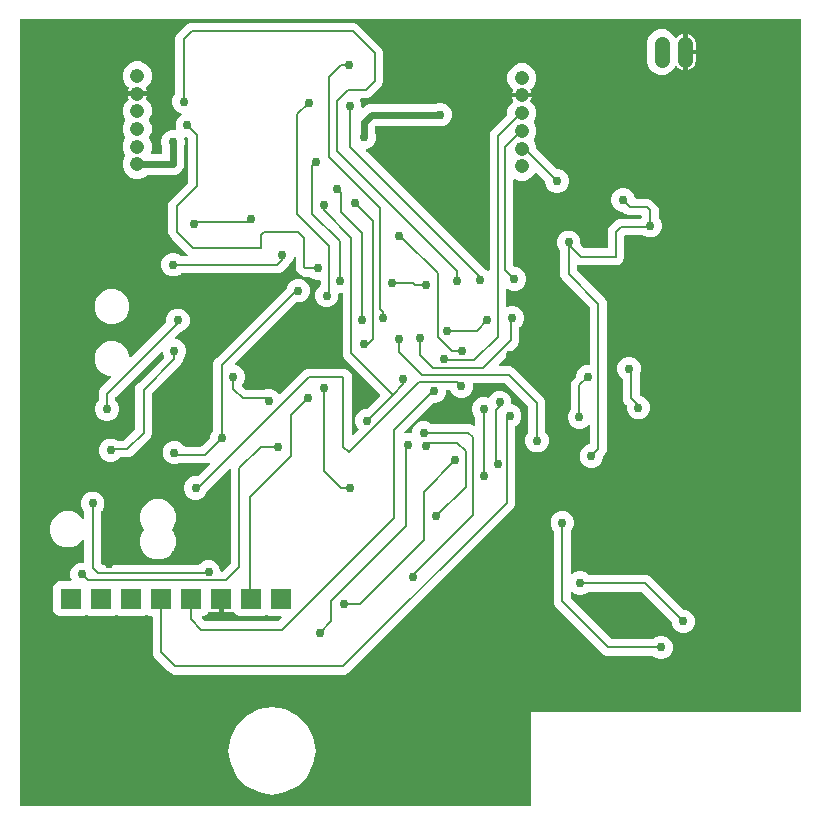
<source format=gbr>
G04 EAGLE Gerber RS-274X export*
G75*
%MOMM*%
%FSLAX34Y34*%
%LPD*%
%INBottom Copper*%
%IPPOS*%
%AMOC8*
5,1,8,0,0,1.08239X$1,22.5*%
G01*
%ADD10C,1.208000*%
%ADD11C,1.308000*%
%ADD12R,1.778000X1.778000*%
%ADD13C,0.756400*%
%ADD14C,0.203200*%
%ADD15C,0.609600*%

G36*
X431057Y6526D02*
X431057Y6526D01*
X431116Y6524D01*
X431197Y6545D01*
X431280Y6557D01*
X431334Y6581D01*
X431391Y6596D01*
X431463Y6638D01*
X431540Y6673D01*
X431585Y6711D01*
X431636Y6741D01*
X431693Y6802D01*
X431757Y6856D01*
X431790Y6905D01*
X431830Y6948D01*
X431868Y7023D01*
X431915Y7092D01*
X431933Y7149D01*
X431960Y7202D01*
X431971Y7269D01*
X432001Y7363D01*
X432004Y7464D01*
X432015Y7533D01*
X432015Y85985D01*
X659824Y85985D01*
X659882Y85993D01*
X659940Y85991D01*
X660022Y86013D01*
X660106Y86025D01*
X660159Y86048D01*
X660215Y86063D01*
X660288Y86106D01*
X660365Y86141D01*
X660410Y86179D01*
X660460Y86208D01*
X660518Y86270D01*
X660582Y86324D01*
X660614Y86373D01*
X660654Y86416D01*
X660693Y86491D01*
X660740Y86561D01*
X660757Y86617D01*
X660784Y86669D01*
X660795Y86737D01*
X660825Y86832D01*
X660828Y86932D01*
X660839Y87000D01*
X660839Y671824D01*
X660831Y671882D01*
X660833Y671940D01*
X660811Y672022D01*
X660799Y672106D01*
X660776Y672159D01*
X660761Y672215D01*
X660718Y672288D01*
X660683Y672365D01*
X660645Y672410D01*
X660616Y672460D01*
X660554Y672518D01*
X660500Y672582D01*
X660451Y672614D01*
X660408Y672654D01*
X660333Y672693D01*
X660263Y672740D01*
X660207Y672757D01*
X660155Y672784D01*
X660087Y672795D01*
X659992Y672825D01*
X659892Y672828D01*
X659824Y672839D01*
X0Y672839D01*
X-58Y672831D01*
X-116Y672833D01*
X-198Y672811D01*
X-282Y672799D01*
X-335Y672776D01*
X-391Y672761D01*
X-464Y672718D01*
X-541Y672683D01*
X-586Y672645D01*
X-636Y672616D01*
X-694Y672554D01*
X-758Y672500D01*
X-790Y672451D01*
X-830Y672408D01*
X-869Y672333D01*
X-916Y672263D01*
X-933Y672207D01*
X-960Y672155D01*
X-971Y672087D01*
X-1001Y671992D01*
X-1004Y671892D01*
X-1015Y671824D01*
X-1015Y8173D01*
X-1007Y8116D01*
X-1009Y8058D01*
X-987Y7976D01*
X-975Y7891D01*
X-952Y7839D01*
X-937Y7783D01*
X-894Y7710D01*
X-859Y7632D01*
X-822Y7588D01*
X-792Y7538D01*
X-730Y7480D01*
X-676Y7415D01*
X-628Y7383D01*
X-585Y7344D01*
X-510Y7305D01*
X-439Y7257D01*
X-384Y7240D01*
X-333Y7214D01*
X-264Y7202D01*
X-168Y7172D01*
X-69Y7169D01*
X-2Y7158D01*
X430999Y6517D01*
X431057Y6526D01*
G37*
%LPC*%
G36*
X129585Y117887D02*
X129585Y117887D01*
X126971Y118970D01*
X124827Y121114D01*
X112870Y133071D01*
X111787Y135685D01*
X111787Y166398D01*
X111779Y166456D01*
X111781Y166514D01*
X111759Y166596D01*
X111747Y166680D01*
X111724Y166733D01*
X111709Y166789D01*
X111666Y166862D01*
X111631Y166939D01*
X111593Y166984D01*
X111564Y167034D01*
X111502Y167092D01*
X111448Y167156D01*
X111399Y167188D01*
X111356Y167228D01*
X111281Y167267D01*
X111211Y167314D01*
X111155Y167331D01*
X111103Y167358D01*
X111035Y167369D01*
X110940Y167399D01*
X110840Y167402D01*
X110772Y167413D01*
X108797Y167413D01*
X106589Y168328D01*
X106504Y168350D01*
X106422Y168381D01*
X106367Y168385D01*
X106313Y168399D01*
X106226Y168397D01*
X106139Y168404D01*
X106091Y168393D01*
X106029Y168391D01*
X105888Y168346D01*
X105811Y168328D01*
X103603Y167413D01*
X83397Y167413D01*
X81189Y168328D01*
X81104Y168350D01*
X81022Y168381D01*
X80967Y168385D01*
X80913Y168399D01*
X80826Y168397D01*
X80739Y168404D01*
X80691Y168393D01*
X80629Y168391D01*
X80488Y168346D01*
X80411Y168328D01*
X78203Y167413D01*
X57997Y167413D01*
X55789Y168328D01*
X55704Y168350D01*
X55622Y168381D01*
X55567Y168385D01*
X55513Y168399D01*
X55426Y168397D01*
X55339Y168404D01*
X55291Y168393D01*
X55229Y168391D01*
X55088Y168346D01*
X55011Y168328D01*
X52803Y167413D01*
X32597Y167413D01*
X30356Y168341D01*
X28641Y170056D01*
X27713Y172297D01*
X27713Y192503D01*
X28641Y194744D01*
X30356Y196459D01*
X32597Y197387D01*
X42113Y197387D01*
X42227Y197403D01*
X42341Y197413D01*
X42367Y197423D01*
X42395Y197427D01*
X42499Y197474D01*
X42606Y197515D01*
X42629Y197531D01*
X42654Y197543D01*
X42742Y197617D01*
X42833Y197686D01*
X42850Y197709D01*
X42871Y197726D01*
X42935Y197822D01*
X43003Y197914D01*
X43013Y197940D01*
X43029Y197963D01*
X43063Y198073D01*
X43104Y198180D01*
X43106Y198208D01*
X43114Y198234D01*
X43117Y198349D01*
X43126Y198463D01*
X43121Y198488D01*
X43122Y198518D01*
X43055Y198775D01*
X43051Y198791D01*
X42121Y201035D01*
X42121Y204965D01*
X43625Y208596D01*
X46404Y211375D01*
X50035Y212879D01*
X52872Y212879D01*
X52930Y212887D01*
X52988Y212885D01*
X53070Y212907D01*
X53154Y212919D01*
X53207Y212942D01*
X53263Y212957D01*
X53336Y213000D01*
X53413Y213035D01*
X53458Y213073D01*
X53508Y213102D01*
X53566Y213164D01*
X53630Y213218D01*
X53662Y213267D01*
X53702Y213310D01*
X53741Y213385D01*
X53788Y213455D01*
X53805Y213511D01*
X53832Y213563D01*
X53843Y213631D01*
X53873Y213726D01*
X53876Y213826D01*
X53887Y213894D01*
X53887Y230996D01*
X53883Y231025D01*
X53886Y231054D01*
X53863Y231165D01*
X53847Y231277D01*
X53835Y231304D01*
X53830Y231333D01*
X53778Y231433D01*
X53731Y231537D01*
X53712Y231559D01*
X53699Y231585D01*
X53621Y231667D01*
X53548Y231754D01*
X53523Y231770D01*
X53503Y231791D01*
X53405Y231848D01*
X53311Y231911D01*
X53283Y231920D01*
X53258Y231935D01*
X53148Y231963D01*
X53040Y231997D01*
X53010Y231998D01*
X52982Y232005D01*
X52869Y232001D01*
X52756Y232004D01*
X52727Y231997D01*
X52698Y231996D01*
X52590Y231961D01*
X52481Y231933D01*
X52455Y231918D01*
X52427Y231909D01*
X52364Y231863D01*
X52236Y231787D01*
X52193Y231742D01*
X52154Y231714D01*
X48588Y228147D01*
X43016Y225839D01*
X36984Y225839D01*
X31412Y228147D01*
X27147Y232412D01*
X24839Y237984D01*
X24839Y244016D01*
X27147Y249588D01*
X31412Y253853D01*
X36984Y256161D01*
X43016Y256161D01*
X48588Y253853D01*
X52154Y250286D01*
X52178Y250269D01*
X52197Y250246D01*
X52291Y250184D01*
X52381Y250115D01*
X52409Y250105D01*
X52433Y250089D01*
X52541Y250055D01*
X52647Y250014D01*
X52676Y250012D01*
X52704Y250003D01*
X52818Y250000D01*
X52930Y249991D01*
X52959Y249996D01*
X52988Y249996D01*
X53098Y250024D01*
X53209Y250047D01*
X53235Y250060D01*
X53263Y250067D01*
X53361Y250125D01*
X53461Y250178D01*
X53483Y250198D01*
X53508Y250213D01*
X53585Y250295D01*
X53667Y250373D01*
X53682Y250399D01*
X53702Y250420D01*
X53754Y250521D01*
X53811Y250619D01*
X53818Y250647D01*
X53832Y250673D01*
X53845Y250751D01*
X53881Y250894D01*
X53879Y250957D01*
X53887Y251004D01*
X53887Y255722D01*
X53875Y255808D01*
X53872Y255896D01*
X53855Y255948D01*
X53847Y256003D01*
X53812Y256083D01*
X53785Y256166D01*
X53757Y256205D01*
X53731Y256262D01*
X53635Y256376D01*
X53590Y256439D01*
X52625Y257404D01*
X51121Y261035D01*
X51121Y264965D01*
X52625Y268596D01*
X55404Y271375D01*
X59035Y272879D01*
X62965Y272879D01*
X66596Y271375D01*
X69375Y268596D01*
X70879Y264965D01*
X70879Y261035D01*
X69375Y257404D01*
X68410Y256439D01*
X68358Y256370D01*
X68298Y256306D01*
X68272Y256256D01*
X68239Y256212D01*
X68208Y256130D01*
X68168Y256053D01*
X68160Y256005D01*
X68138Y255947D01*
X68126Y255799D01*
X68113Y255722D01*
X68113Y212128D01*
X68121Y212070D01*
X68119Y212012D01*
X68141Y211930D01*
X68153Y211846D01*
X68176Y211793D01*
X68191Y211737D01*
X68234Y211664D01*
X68269Y211587D01*
X68307Y211542D01*
X68336Y211492D01*
X68398Y211434D01*
X68452Y211370D01*
X68501Y211338D01*
X68544Y211298D01*
X68619Y211259D01*
X68689Y211212D01*
X68745Y211195D01*
X68797Y211168D01*
X68865Y211157D01*
X68960Y211127D01*
X69060Y211124D01*
X69128Y211113D01*
X150722Y211113D01*
X150808Y211125D01*
X150896Y211128D01*
X150948Y211145D01*
X151003Y211153D01*
X151083Y211188D01*
X151166Y211215D01*
X151205Y211243D01*
X151262Y211269D01*
X151376Y211365D01*
X151439Y211410D01*
X153404Y213375D01*
X157035Y214879D01*
X160965Y214879D01*
X164596Y213375D01*
X167375Y210596D01*
X168879Y206965D01*
X168879Y206128D01*
X168887Y206070D01*
X168885Y206012D01*
X168907Y205930D01*
X168919Y205846D01*
X168942Y205793D01*
X168957Y205737D01*
X169000Y205664D01*
X169035Y205587D01*
X169073Y205542D01*
X169102Y205492D01*
X169164Y205434D01*
X169218Y205370D01*
X169267Y205338D01*
X169310Y205298D01*
X169385Y205259D01*
X169455Y205212D01*
X169511Y205195D01*
X169563Y205168D01*
X169631Y205157D01*
X169726Y205127D01*
X169826Y205124D01*
X169894Y205113D01*
X170633Y205113D01*
X170720Y205125D01*
X170807Y205128D01*
X170860Y205145D01*
X170915Y205153D01*
X170995Y205188D01*
X171078Y205215D01*
X171117Y205243D01*
X171174Y205269D01*
X171287Y205365D01*
X171351Y205410D01*
X177590Y211649D01*
X177642Y211719D01*
X177702Y211783D01*
X177728Y211832D01*
X177761Y211876D01*
X177792Y211958D01*
X177832Y212036D01*
X177840Y212083D01*
X177862Y212142D01*
X177874Y212289D01*
X177887Y212367D01*
X177887Y291377D01*
X177883Y291406D01*
X177886Y291436D01*
X177863Y291547D01*
X177847Y291659D01*
X177835Y291686D01*
X177830Y291714D01*
X177778Y291815D01*
X177731Y291918D01*
X177712Y291941D01*
X177699Y291967D01*
X177621Y292049D01*
X177548Y292135D01*
X177523Y292152D01*
X177503Y292173D01*
X177405Y292230D01*
X177311Y292293D01*
X177283Y292302D01*
X177258Y292316D01*
X177148Y292344D01*
X177040Y292379D01*
X177010Y292379D01*
X176982Y292387D01*
X176869Y292383D01*
X176756Y292386D01*
X176727Y292378D01*
X176698Y292378D01*
X176590Y292343D01*
X176481Y292314D01*
X176455Y292299D01*
X176427Y292290D01*
X176364Y292245D01*
X176236Y292169D01*
X176193Y292123D01*
X176154Y292095D01*
X157869Y273810D01*
X157851Y273786D01*
X157827Y273766D01*
X157786Y273699D01*
X157698Y273583D01*
X157676Y273523D01*
X157649Y273481D01*
X156375Y270404D01*
X153596Y267625D01*
X149965Y266121D01*
X146035Y266121D01*
X142404Y267625D01*
X139625Y270404D01*
X138121Y274035D01*
X138121Y277965D01*
X139625Y281596D01*
X142404Y284375D01*
X146035Y285879D01*
X149399Y285879D01*
X149486Y285891D01*
X149573Y285894D01*
X149626Y285911D01*
X149681Y285919D01*
X149761Y285954D01*
X149844Y285981D01*
X149883Y286009D01*
X149940Y286035D01*
X150053Y286131D01*
X150117Y286176D01*
X159633Y295692D01*
X159685Y295760D01*
X159744Y295823D01*
X159770Y295874D01*
X159804Y295919D01*
X159834Y295999D01*
X159874Y296076D01*
X159885Y296132D01*
X159905Y296185D01*
X159912Y296270D01*
X159929Y296355D01*
X159924Y296411D01*
X159929Y296468D01*
X159912Y296552D01*
X159904Y296638D01*
X159884Y296691D01*
X159873Y296747D01*
X159833Y296823D01*
X159802Y296903D01*
X159768Y296949D01*
X159742Y296999D01*
X159683Y297061D01*
X159631Y297130D01*
X159585Y297164D01*
X159546Y297205D01*
X159472Y297249D01*
X159403Y297300D01*
X159350Y297320D01*
X159301Y297349D01*
X159218Y297370D01*
X159137Y297401D01*
X159080Y297405D01*
X159025Y297419D01*
X158940Y297416D01*
X158854Y297423D01*
X158805Y297412D01*
X158741Y297410D01*
X158603Y297365D01*
X158527Y297348D01*
X157415Y296887D01*
X134016Y296887D01*
X133986Y296883D01*
X133955Y296885D01*
X133878Y296868D01*
X133735Y296847D01*
X133717Y296839D01*
X133714Y296839D01*
X133673Y296820D01*
X133628Y296810D01*
X131965Y296121D01*
X128035Y296121D01*
X124404Y297625D01*
X121625Y300404D01*
X120121Y304035D01*
X120121Y307965D01*
X121625Y311596D01*
X124404Y314375D01*
X128035Y315879D01*
X131965Y315879D01*
X135596Y314375D01*
X138436Y311534D01*
X138460Y311495D01*
X138461Y311494D01*
X138462Y311492D01*
X138565Y311395D01*
X138666Y311300D01*
X138668Y311299D01*
X138669Y311298D01*
X138798Y311232D01*
X138919Y311169D01*
X138921Y311169D01*
X138922Y311168D01*
X138939Y311165D01*
X139198Y311114D01*
X139228Y311117D01*
X139253Y311113D01*
X152633Y311113D01*
X152720Y311125D01*
X152807Y311128D01*
X152860Y311145D01*
X152915Y311153D01*
X152995Y311188D01*
X153078Y311215D01*
X153117Y311243D01*
X153174Y311269D01*
X153287Y311365D01*
X153351Y311410D01*
X159824Y317883D01*
X159876Y317953D01*
X159936Y318017D01*
X159962Y318066D01*
X159995Y318110D01*
X160026Y318192D01*
X160066Y318270D01*
X160074Y318317D01*
X160096Y318376D01*
X160108Y318523D01*
X160121Y318601D01*
X160121Y319965D01*
X161625Y323596D01*
X162590Y324561D01*
X162642Y324630D01*
X162702Y324694D01*
X162728Y324744D01*
X162761Y324788D01*
X162792Y324869D01*
X162832Y324947D01*
X162840Y324995D01*
X162862Y325053D01*
X162868Y325120D01*
X162873Y325138D01*
X162875Y325205D01*
X162887Y325278D01*
X162887Y381415D01*
X163970Y384029D01*
X166114Y386173D01*
X225131Y445190D01*
X225149Y445214D01*
X225173Y445234D01*
X225215Y445301D01*
X225302Y445417D01*
X225324Y445477D01*
X225351Y445519D01*
X226625Y448596D01*
X229404Y451375D01*
X233035Y452879D01*
X236965Y452879D01*
X240596Y451375D01*
X243375Y448596D01*
X244879Y444965D01*
X244879Y441035D01*
X243375Y437404D01*
X240596Y434625D01*
X236965Y433121D01*
X233601Y433121D01*
X233514Y433109D01*
X233427Y433106D01*
X233374Y433089D01*
X233319Y433081D01*
X233239Y433046D01*
X233156Y433019D01*
X233117Y432991D01*
X233060Y432965D01*
X232947Y432869D01*
X232883Y432824D01*
X181606Y381547D01*
X181537Y381456D01*
X181463Y381367D01*
X181452Y381342D01*
X181435Y381320D01*
X181394Y381213D01*
X181347Y381108D01*
X181344Y381080D01*
X181334Y381054D01*
X181324Y380940D01*
X181308Y380826D01*
X181312Y380798D01*
X181310Y380771D01*
X181333Y380658D01*
X181349Y380545D01*
X181361Y380519D01*
X181366Y380492D01*
X181419Y380390D01*
X181466Y380285D01*
X181484Y380264D01*
X181497Y380240D01*
X181576Y380156D01*
X181651Y380069D01*
X181672Y380056D01*
X181693Y380034D01*
X181922Y379899D01*
X181935Y379891D01*
X185596Y378375D01*
X188375Y375596D01*
X189879Y371965D01*
X189879Y368035D01*
X188375Y364404D01*
X187733Y363762D01*
X187698Y363715D01*
X187655Y363675D01*
X187612Y363602D01*
X187562Y363535D01*
X187541Y363480D01*
X187511Y363430D01*
X187491Y363348D01*
X187461Y363269D01*
X187456Y363211D01*
X187441Y363154D01*
X187444Y363070D01*
X187437Y362986D01*
X187449Y362929D01*
X187450Y362870D01*
X187476Y362790D01*
X187493Y362707D01*
X187520Y362655D01*
X187538Y362600D01*
X187578Y362543D01*
X187624Y362455D01*
X187693Y362382D01*
X187733Y362326D01*
X190649Y359410D01*
X190719Y359358D01*
X190783Y359298D01*
X190832Y359272D01*
X190876Y359239D01*
X190958Y359208D01*
X191036Y359168D01*
X191083Y359160D01*
X191142Y359138D01*
X191289Y359126D01*
X191367Y359113D01*
X205984Y359113D01*
X206014Y359117D01*
X206045Y359115D01*
X206122Y359132D01*
X206265Y359153D01*
X206324Y359179D01*
X206372Y359190D01*
X208035Y359879D01*
X211965Y359879D01*
X215596Y358375D01*
X218238Y355733D01*
X218285Y355697D01*
X218325Y355655D01*
X218398Y355612D01*
X218465Y355562D01*
X218520Y355541D01*
X218570Y355511D01*
X218652Y355491D01*
X218731Y355461D01*
X218789Y355456D01*
X218846Y355441D01*
X218930Y355444D01*
X219014Y355437D01*
X219071Y355448D01*
X219130Y355450D01*
X219210Y355476D01*
X219293Y355493D01*
X219345Y355520D01*
X219400Y355538D01*
X219457Y355578D01*
X219545Y355624D01*
X219618Y355693D01*
X219674Y355733D01*
X237827Y373886D01*
X239971Y376030D01*
X242585Y377113D01*
X274415Y377113D01*
X277029Y376030D01*
X279030Y374029D01*
X280113Y371415D01*
X280113Y321623D01*
X280117Y321594D01*
X280114Y321564D01*
X280137Y321453D01*
X280153Y321341D01*
X280165Y321314D01*
X280170Y321286D01*
X280222Y321185D01*
X280269Y321082D01*
X280288Y321059D01*
X280301Y321033D01*
X280379Y320951D01*
X280452Y320865D01*
X280477Y320849D01*
X280497Y320827D01*
X280595Y320770D01*
X280689Y320707D01*
X280717Y320698D01*
X280742Y320684D01*
X280852Y320656D01*
X280960Y320621D01*
X280990Y320621D01*
X281018Y320613D01*
X281131Y320617D01*
X281244Y320614D01*
X281273Y320622D01*
X281302Y320622D01*
X281410Y320657D01*
X281519Y320686D01*
X281545Y320701D01*
X281573Y320710D01*
X281636Y320755D01*
X281764Y320831D01*
X281807Y320877D01*
X281846Y320905D01*
X285767Y324826D01*
X285802Y324873D01*
X285845Y324913D01*
X285888Y324986D01*
X285938Y325053D01*
X285959Y325108D01*
X285989Y325159D01*
X286009Y325240D01*
X286039Y325319D01*
X286044Y325377D01*
X286059Y325434D01*
X286056Y325518D01*
X286063Y325602D01*
X286052Y325660D01*
X286050Y325718D01*
X286024Y325798D01*
X286007Y325881D01*
X285980Y325933D01*
X285962Y325989D01*
X285922Y326045D01*
X285876Y326133D01*
X285807Y326206D01*
X285767Y326262D01*
X284625Y327404D01*
X283121Y331035D01*
X283121Y334965D01*
X284625Y338596D01*
X287404Y341375D01*
X291035Y342879D01*
X292399Y342879D01*
X292486Y342891D01*
X292573Y342894D01*
X292626Y342911D01*
X292681Y342919D01*
X292761Y342954D01*
X292844Y342981D01*
X292883Y343009D01*
X292940Y343035D01*
X293053Y343131D01*
X293117Y343176D01*
X304223Y354282D01*
X304258Y354329D01*
X304301Y354369D01*
X304343Y354442D01*
X304394Y354509D01*
X304415Y354564D01*
X304444Y354614D01*
X304465Y354696D01*
X304495Y354775D01*
X304500Y354833D01*
X304515Y354890D01*
X304512Y354974D01*
X304519Y355058D01*
X304507Y355115D01*
X304506Y355174D01*
X304480Y355254D01*
X304463Y355337D01*
X304436Y355389D01*
X304418Y355445D01*
X304378Y355501D01*
X304332Y355589D01*
X304263Y355662D01*
X304223Y355718D01*
X276114Y383827D01*
X273970Y385971D01*
X272887Y388585D01*
X272887Y440106D01*
X272879Y440164D01*
X272881Y440222D01*
X272859Y440304D01*
X272847Y440388D01*
X272824Y440441D01*
X272809Y440497D01*
X272766Y440570D01*
X272731Y440647D01*
X272693Y440692D01*
X272664Y440742D01*
X272602Y440800D01*
X272548Y440864D01*
X272499Y440896D01*
X272456Y440936D01*
X272381Y440975D01*
X272311Y441022D01*
X272255Y441039D01*
X272203Y441066D01*
X272135Y441077D01*
X272040Y441107D01*
X271940Y441110D01*
X271872Y441121D01*
X269894Y441121D01*
X269836Y441113D01*
X269778Y441115D01*
X269696Y441093D01*
X269612Y441081D01*
X269559Y441058D01*
X269503Y441043D01*
X269430Y441000D01*
X269353Y440965D01*
X269308Y440927D01*
X269258Y440898D01*
X269200Y440836D01*
X269136Y440782D01*
X269104Y440733D01*
X269064Y440690D01*
X269025Y440615D01*
X268978Y440545D01*
X268961Y440489D01*
X268934Y440437D01*
X268923Y440369D01*
X268893Y440274D01*
X268890Y440174D01*
X268879Y440106D01*
X268879Y437035D01*
X267375Y433404D01*
X264596Y430625D01*
X260965Y429121D01*
X257035Y429121D01*
X253404Y430625D01*
X250625Y433404D01*
X249121Y437035D01*
X249121Y440965D01*
X250625Y444596D01*
X253466Y447436D01*
X253505Y447460D01*
X253506Y447461D01*
X253508Y447462D01*
X253605Y447565D01*
X253700Y447666D01*
X253701Y447668D01*
X253702Y447669D01*
X253768Y447797D01*
X253831Y447919D01*
X253831Y447921D01*
X253832Y447922D01*
X253835Y447939D01*
X253886Y448198D01*
X253883Y448228D01*
X253887Y448253D01*
X253887Y451106D01*
X253879Y451164D01*
X253881Y451222D01*
X253859Y451304D01*
X253847Y451388D01*
X253824Y451441D01*
X253809Y451497D01*
X253766Y451570D01*
X253731Y451647D01*
X253693Y451692D01*
X253664Y451742D01*
X253602Y451800D01*
X253548Y451864D01*
X253499Y451896D01*
X253456Y451936D01*
X253381Y451975D01*
X253311Y452022D01*
X253255Y452039D01*
X253203Y452066D01*
X253135Y452077D01*
X253040Y452107D01*
X252940Y452110D01*
X252872Y452121D01*
X249713Y452121D01*
X246082Y453625D01*
X245117Y454590D01*
X245048Y454642D01*
X244984Y454702D01*
X244934Y454728D01*
X244890Y454761D01*
X244808Y454792D01*
X244731Y454832D01*
X244683Y454840D01*
X244625Y454862D01*
X244477Y454874D01*
X244400Y454887D01*
X239585Y454887D01*
X236971Y455970D01*
X233970Y458971D01*
X232887Y461585D01*
X232887Y470780D01*
X232875Y470865D01*
X232873Y470951D01*
X232855Y471005D01*
X232847Y471062D01*
X232812Y471140D01*
X232786Y471222D01*
X232754Y471269D01*
X232731Y471321D01*
X232676Y471387D01*
X232628Y471458D01*
X232584Y471495D01*
X232548Y471538D01*
X232476Y471586D01*
X232410Y471641D01*
X232358Y471664D01*
X232311Y471696D01*
X232229Y471722D01*
X232150Y471756D01*
X232094Y471764D01*
X232040Y471781D01*
X231954Y471784D01*
X231869Y471795D01*
X231813Y471787D01*
X231756Y471789D01*
X231673Y471767D01*
X231588Y471755D01*
X231536Y471731D01*
X231481Y471717D01*
X231407Y471673D01*
X231328Y471638D01*
X231285Y471601D01*
X231236Y471572D01*
X231177Y471509D01*
X231112Y471453D01*
X231086Y471411D01*
X231042Y471364D01*
X230976Y471235D01*
X230934Y471169D01*
X229375Y467404D01*
X227235Y465264D01*
X227217Y465240D01*
X227193Y465220D01*
X227151Y465153D01*
X227064Y465037D01*
X227044Y464986D01*
X221029Y458970D01*
X218415Y457887D01*
X136278Y457887D01*
X136192Y457875D01*
X136104Y457872D01*
X136052Y457855D01*
X135997Y457847D01*
X135917Y457812D01*
X135834Y457785D01*
X135795Y457757D01*
X135738Y457731D01*
X135624Y457635D01*
X135561Y457590D01*
X134596Y456625D01*
X130965Y455121D01*
X127035Y455121D01*
X123404Y456625D01*
X120625Y459404D01*
X119121Y463035D01*
X119121Y466965D01*
X120625Y470596D01*
X123404Y473375D01*
X127035Y474879D01*
X130965Y474879D01*
X134596Y473375D01*
X135561Y472410D01*
X135630Y472358D01*
X135694Y472298D01*
X135744Y472272D01*
X135788Y472239D01*
X135869Y472208D01*
X135947Y472168D01*
X135995Y472160D01*
X136053Y472138D01*
X136201Y472126D01*
X136278Y472113D01*
X140377Y472113D01*
X140406Y472117D01*
X140436Y472114D01*
X140547Y472137D01*
X140659Y472153D01*
X140686Y472165D01*
X140714Y472170D01*
X140815Y472223D01*
X140918Y472269D01*
X140941Y472288D01*
X140967Y472301D01*
X141049Y472379D01*
X141135Y472452D01*
X141151Y472477D01*
X141173Y472497D01*
X141230Y472595D01*
X141293Y472689D01*
X141302Y472717D01*
X141316Y472742D01*
X141344Y472852D01*
X141379Y472960D01*
X141379Y472990D01*
X141387Y473018D01*
X141383Y473131D01*
X141386Y473244D01*
X141378Y473273D01*
X141378Y473302D01*
X141343Y473410D01*
X141314Y473519D01*
X141299Y473545D01*
X141290Y473573D01*
X141244Y473637D01*
X141169Y473764D01*
X141123Y473807D01*
X141095Y473846D01*
X139827Y475114D01*
X128114Y486827D01*
X125970Y488971D01*
X124887Y491585D01*
X124887Y516415D01*
X125970Y519029D01*
X141590Y534649D01*
X141642Y534719D01*
X141702Y534783D01*
X141728Y534832D01*
X141761Y534876D01*
X141792Y534958D01*
X141832Y535036D01*
X141840Y535083D01*
X141862Y535142D01*
X141874Y535289D01*
X141887Y535367D01*
X141887Y571633D01*
X141875Y571720D01*
X141872Y571807D01*
X141855Y571860D01*
X141847Y571915D01*
X141812Y571995D01*
X141785Y572078D01*
X141757Y572117D01*
X141731Y572174D01*
X141635Y572287D01*
X141590Y572351D01*
X141117Y572824D01*
X141047Y572876D01*
X140983Y572936D01*
X140934Y572962D01*
X140890Y572995D01*
X140808Y573026D01*
X140730Y573066D01*
X140683Y573074D01*
X140624Y573096D01*
X140477Y573108D01*
X140399Y573121D01*
X139505Y573121D01*
X139391Y573105D01*
X139277Y573095D01*
X139251Y573085D01*
X139223Y573081D01*
X139119Y573034D01*
X139012Y572993D01*
X138989Y572977D01*
X138964Y572965D01*
X138876Y572891D01*
X138785Y572822D01*
X138768Y572799D01*
X138747Y572782D01*
X138683Y572686D01*
X138615Y572594D01*
X138605Y572568D01*
X138589Y572545D01*
X138555Y572435D01*
X138514Y572328D01*
X138512Y572300D01*
X138504Y572274D01*
X138501Y572159D01*
X138492Y572045D01*
X138497Y572020D01*
X138496Y571990D01*
X138563Y571733D01*
X138567Y571717D01*
X138879Y570965D01*
X138879Y567035D01*
X138222Y565450D01*
X138214Y565420D01*
X138200Y565392D01*
X138187Y565315D01*
X138151Y565174D01*
X138153Y565110D01*
X138145Y565061D01*
X138145Y548213D01*
X136753Y544852D01*
X134180Y542280D01*
X130819Y540887D01*
X107166Y540887D01*
X107079Y540875D01*
X106992Y540872D01*
X106939Y540855D01*
X106884Y540848D01*
X106804Y540812D01*
X106721Y540785D01*
X106682Y540757D01*
X106625Y540731D01*
X106512Y540636D01*
X106448Y540590D01*
X105601Y539743D01*
X101140Y537895D01*
X96312Y537895D01*
X91851Y539743D01*
X88437Y543157D01*
X86589Y547618D01*
X86589Y552446D01*
X88465Y556975D01*
X88515Y557041D01*
X88536Y557096D01*
X88565Y557147D01*
X88586Y557228D01*
X88616Y557307D01*
X88621Y557365D01*
X88636Y557422D01*
X88633Y557506D01*
X88640Y557590D01*
X88628Y557648D01*
X88627Y557706D01*
X88601Y557786D01*
X88584Y557869D01*
X88557Y557921D01*
X88539Y557977D01*
X88499Y558033D01*
X88453Y558121D01*
X88451Y558124D01*
X86589Y562618D01*
X86589Y567446D01*
X88465Y571975D01*
X88515Y572041D01*
X88536Y572096D01*
X88565Y572147D01*
X88586Y572228D01*
X88616Y572307D01*
X88621Y572365D01*
X88636Y572422D01*
X88633Y572506D01*
X88640Y572590D01*
X88628Y572648D01*
X88627Y572706D01*
X88601Y572786D01*
X88584Y572869D01*
X88557Y572921D01*
X88539Y572977D01*
X88499Y573033D01*
X88453Y573121D01*
X88451Y573124D01*
X86589Y577618D01*
X86589Y582446D01*
X88465Y586975D01*
X88515Y587041D01*
X88536Y587096D01*
X88565Y587147D01*
X88586Y587228D01*
X88616Y587307D01*
X88621Y587365D01*
X88636Y587422D01*
X88633Y587506D01*
X88640Y587590D01*
X88628Y587648D01*
X88627Y587706D01*
X88601Y587786D01*
X88584Y587869D01*
X88557Y587921D01*
X88539Y587977D01*
X88499Y588033D01*
X88453Y588121D01*
X88451Y588124D01*
X86589Y592618D01*
X86589Y597446D01*
X88437Y601907D01*
X91084Y604554D01*
X91145Y604635D01*
X91212Y604710D01*
X91230Y604748D01*
X91255Y604781D01*
X91291Y604876D01*
X91334Y604967D01*
X91341Y605008D01*
X91356Y605047D01*
X91364Y605147D01*
X91381Y605247D01*
X91376Y605289D01*
X91379Y605330D01*
X91360Y605429D01*
X91348Y605530D01*
X91333Y605563D01*
X91324Y605609D01*
X91238Y605773D01*
X91210Y605836D01*
X91122Y605968D01*
X90475Y607529D01*
X90325Y608283D01*
X97992Y608283D01*
X98050Y608291D01*
X98108Y608290D01*
X98190Y608311D01*
X98273Y608323D01*
X98327Y608347D01*
X98383Y608361D01*
X98456Y608404D01*
X98533Y608439D01*
X98577Y608477D01*
X98628Y608507D01*
X98685Y608568D01*
X98729Y608605D01*
X98730Y608605D01*
X98785Y608540D01*
X98833Y608508D01*
X98876Y608468D01*
X98951Y608429D01*
X99021Y608383D01*
X99077Y608365D01*
X99129Y608338D01*
X99197Y608327D01*
X99292Y608297D01*
X99392Y608294D01*
X99460Y608283D01*
X107127Y608283D01*
X106977Y607529D01*
X106330Y605968D01*
X106242Y605836D01*
X106198Y605745D01*
X106147Y605657D01*
X106137Y605617D01*
X106119Y605580D01*
X106102Y605480D01*
X106077Y605382D01*
X106078Y605340D01*
X106071Y605299D01*
X106083Y605199D01*
X106086Y605098D01*
X106099Y605058D01*
X106103Y605017D01*
X106142Y604924D01*
X106173Y604827D01*
X106195Y604797D01*
X106213Y604755D01*
X106328Y604610D01*
X106368Y604554D01*
X109015Y601907D01*
X110863Y597446D01*
X110863Y592618D01*
X108987Y588089D01*
X108937Y588023D01*
X108916Y587968D01*
X108886Y587918D01*
X108866Y587836D01*
X108836Y587757D01*
X108831Y587699D01*
X108816Y587642D01*
X108819Y587558D01*
X108812Y587474D01*
X108824Y587416D01*
X108826Y587358D01*
X108851Y587278D01*
X108868Y587195D01*
X108895Y587143D01*
X108913Y587087D01*
X108953Y587031D01*
X108999Y586943D01*
X109001Y586941D01*
X110863Y582446D01*
X110863Y577618D01*
X108987Y573089D01*
X108937Y573023D01*
X108916Y572968D01*
X108886Y572918D01*
X108866Y572836D01*
X108836Y572757D01*
X108831Y572699D01*
X108816Y572642D01*
X108819Y572558D01*
X108812Y572474D01*
X108824Y572416D01*
X108826Y572358D01*
X108851Y572278D01*
X108868Y572195D01*
X108895Y572143D01*
X108913Y572087D01*
X108953Y572031D01*
X108999Y571943D01*
X109001Y571941D01*
X110863Y567446D01*
X110863Y562618D01*
X110019Y560581D01*
X109990Y560470D01*
X109956Y560360D01*
X109955Y560332D01*
X109948Y560305D01*
X109951Y560191D01*
X109948Y560076D01*
X109955Y560049D01*
X109956Y560021D01*
X109991Y559912D01*
X110020Y559801D01*
X110034Y559777D01*
X110043Y559750D01*
X110107Y559655D01*
X110165Y559556D01*
X110186Y559537D01*
X110201Y559514D01*
X110289Y559441D01*
X110373Y559362D01*
X110397Y559349D01*
X110419Y559331D01*
X110523Y559285D01*
X110626Y559232D01*
X110650Y559228D01*
X110678Y559216D01*
X110942Y559179D01*
X110957Y559177D01*
X118840Y559177D01*
X118898Y559185D01*
X118956Y559184D01*
X119038Y559205D01*
X119122Y559217D01*
X119175Y559241D01*
X119231Y559255D01*
X119304Y559299D01*
X119381Y559333D01*
X119426Y559371D01*
X119476Y559401D01*
X119534Y559462D01*
X119598Y559517D01*
X119630Y559565D01*
X119670Y559608D01*
X119709Y559683D01*
X119756Y559753D01*
X119773Y559809D01*
X119800Y559861D01*
X119811Y559929D01*
X119841Y560024D01*
X119844Y560124D01*
X119855Y560192D01*
X119855Y565061D01*
X119851Y565092D01*
X119853Y565122D01*
X119836Y565199D01*
X119815Y565343D01*
X119789Y565401D01*
X119778Y565450D01*
X119121Y567035D01*
X119121Y570965D01*
X120625Y574596D01*
X123404Y577375D01*
X127035Y578879D01*
X130495Y578879D01*
X130609Y578895D01*
X130723Y578905D01*
X130749Y578915D01*
X130776Y578919D01*
X130881Y578965D01*
X130988Y579007D01*
X131011Y579023D01*
X131036Y579035D01*
X131124Y579109D01*
X131215Y579178D01*
X131232Y579201D01*
X131253Y579218D01*
X131316Y579314D01*
X131385Y579406D01*
X131395Y579432D01*
X131410Y579455D01*
X131445Y579565D01*
X131486Y579672D01*
X131488Y579700D01*
X131496Y579726D01*
X131499Y579841D01*
X131508Y579955D01*
X131503Y579980D01*
X131504Y580010D01*
X131436Y580267D01*
X131433Y580283D01*
X131121Y581035D01*
X131121Y584965D01*
X132625Y588596D01*
X135404Y591375D01*
X135563Y591441D01*
X135589Y591456D01*
X135617Y591465D01*
X135710Y591528D01*
X135808Y591585D01*
X135828Y591607D01*
X135853Y591623D01*
X135926Y591710D01*
X136003Y591792D01*
X136017Y591818D01*
X136036Y591840D01*
X136082Y591944D01*
X136133Y592045D01*
X136139Y592073D01*
X136151Y592100D01*
X136167Y592212D01*
X136189Y592323D01*
X136186Y592353D01*
X136190Y592382D01*
X136174Y592494D01*
X136164Y592607D01*
X136154Y592634D01*
X136149Y592663D01*
X136103Y592766D01*
X136062Y592872D01*
X136044Y592896D01*
X136032Y592922D01*
X135959Y593008D01*
X135891Y593099D01*
X135867Y593116D01*
X135848Y593139D01*
X135781Y593180D01*
X135663Y593269D01*
X135604Y593291D01*
X135563Y593317D01*
X132404Y594625D01*
X129625Y597404D01*
X128121Y601035D01*
X128121Y604965D01*
X129625Y608596D01*
X130590Y609561D01*
X130642Y609630D01*
X130702Y609694D01*
X130728Y609744D01*
X130761Y609788D01*
X130792Y609869D01*
X130832Y609947D01*
X130840Y609995D01*
X130862Y610053D01*
X130874Y610201D01*
X130887Y610278D01*
X130887Y657415D01*
X131970Y660029D01*
X140971Y669030D01*
X143585Y670113D01*
X282415Y670113D01*
X285029Y669030D01*
X306030Y648029D01*
X307113Y645415D01*
X307113Y619585D01*
X306030Y616971D01*
X296029Y606970D01*
X293415Y605887D01*
X288066Y605887D01*
X287953Y605871D01*
X287838Y605861D01*
X287812Y605851D01*
X287785Y605847D01*
X287680Y605800D01*
X287573Y605759D01*
X287551Y605743D01*
X287525Y605731D01*
X287438Y605657D01*
X287346Y605588D01*
X287330Y605565D01*
X287308Y605548D01*
X287245Y605452D01*
X287176Y605360D01*
X287166Y605334D01*
X287151Y605311D01*
X287116Y605201D01*
X287076Y605094D01*
X287073Y605066D01*
X287065Y605040D01*
X287062Y604925D01*
X287053Y604811D01*
X287059Y604786D01*
X287058Y604756D01*
X287125Y604499D01*
X287128Y604483D01*
X288379Y601465D01*
X288379Y598762D01*
X288383Y598733D01*
X288380Y598704D01*
X288403Y598593D01*
X288419Y598481D01*
X288431Y598454D01*
X288436Y598425D01*
X288489Y598325D01*
X288535Y598221D01*
X288554Y598199D01*
X288567Y598173D01*
X288645Y598091D01*
X288718Y598004D01*
X288743Y597988D01*
X288763Y597967D01*
X288861Y597910D01*
X288955Y597847D01*
X288983Y597838D01*
X289008Y597823D01*
X289118Y597795D01*
X289226Y597761D01*
X289256Y597760D01*
X289284Y597753D01*
X289397Y597757D01*
X289510Y597754D01*
X289539Y597761D01*
X289568Y597762D01*
X289676Y597797D01*
X289785Y597826D01*
X289811Y597841D01*
X289839Y597850D01*
X289902Y597895D01*
X290030Y597971D01*
X290073Y598016D01*
X290112Y598044D01*
X291820Y599753D01*
X295181Y601145D01*
X351061Y601145D01*
X351092Y601149D01*
X351122Y601147D01*
X351199Y601164D01*
X351343Y601185D01*
X351401Y601211D01*
X351450Y601222D01*
X353035Y601879D01*
X356965Y601879D01*
X360596Y600375D01*
X363375Y597596D01*
X364879Y593965D01*
X364879Y590035D01*
X363375Y586404D01*
X360596Y583625D01*
X356965Y582121D01*
X353035Y582121D01*
X351450Y582778D01*
X351420Y582786D01*
X351392Y582800D01*
X351315Y582813D01*
X351174Y582849D01*
X351110Y582847D01*
X351061Y582855D01*
X301208Y582855D01*
X301122Y582843D01*
X301034Y582840D01*
X300982Y582823D01*
X300927Y582815D01*
X300847Y582780D01*
X300764Y582753D01*
X300725Y582725D01*
X300668Y582699D01*
X300554Y582603D01*
X300534Y582589D01*
X300524Y582583D01*
X300521Y582579D01*
X300491Y582558D01*
X300442Y582509D01*
X300390Y582440D01*
X300330Y582376D01*
X300304Y582326D01*
X300271Y582282D01*
X300240Y582201D01*
X300200Y582123D01*
X300192Y582075D01*
X300170Y582017D01*
X300158Y581869D01*
X300145Y581792D01*
X300145Y576939D01*
X300149Y576908D01*
X300147Y576878D01*
X300164Y576801D01*
X300185Y576657D01*
X300211Y576599D01*
X300222Y576550D01*
X300879Y574965D01*
X300879Y571035D01*
X299375Y567404D01*
X296596Y564625D01*
X292935Y563109D01*
X292836Y563050D01*
X292734Y562998D01*
X292714Y562979D01*
X292690Y562964D01*
X292612Y562881D01*
X292528Y562802D01*
X292514Y562778D01*
X292495Y562758D01*
X292443Y562656D01*
X292385Y562557D01*
X292378Y562530D01*
X292365Y562505D01*
X292343Y562392D01*
X292314Y562281D01*
X292315Y562253D01*
X292310Y562226D01*
X292320Y562112D01*
X292324Y561997D01*
X292332Y561970D01*
X292334Y561943D01*
X292376Y561836D01*
X292411Y561726D01*
X292425Y561706D01*
X292436Y561678D01*
X292597Y561465D01*
X292606Y561453D01*
X392897Y461162D01*
X392921Y461144D01*
X392941Y461120D01*
X393008Y461078D01*
X393124Y460991D01*
X393184Y460968D01*
X393226Y460942D01*
X394596Y460375D01*
X395154Y459817D01*
X395178Y459799D01*
X395197Y459776D01*
X395291Y459714D01*
X395381Y459646D01*
X395409Y459635D01*
X395433Y459619D01*
X395541Y459585D01*
X395647Y459544D01*
X395676Y459542D01*
X395704Y459533D01*
X395818Y459530D01*
X395930Y459521D01*
X395959Y459527D01*
X395988Y459526D01*
X396098Y459554D01*
X396209Y459577D01*
X396235Y459590D01*
X396263Y459598D01*
X396361Y459655D01*
X396461Y459708D01*
X396483Y459728D01*
X396508Y459743D01*
X396585Y459826D01*
X396667Y459903D01*
X396682Y459929D01*
X396702Y459950D01*
X396754Y460051D01*
X396811Y460149D01*
X396818Y460177D01*
X396832Y460203D01*
X396845Y460281D01*
X396881Y460424D01*
X396879Y460487D01*
X396887Y460534D01*
X396887Y575415D01*
X397970Y578029D01*
X411669Y591728D01*
X411722Y591798D01*
X411782Y591862D01*
X411807Y591911D01*
X411840Y591955D01*
X411871Y592037D01*
X411911Y592115D01*
X411919Y592163D01*
X411941Y592221D01*
X411954Y592369D01*
X411967Y592446D01*
X411967Y595837D01*
X413814Y600297D01*
X416461Y602944D01*
X416522Y603025D01*
X416589Y603101D01*
X416607Y603138D01*
X416632Y603171D01*
X416668Y603266D01*
X416712Y603357D01*
X416718Y603398D01*
X416733Y603437D01*
X416742Y603538D01*
X416758Y603638D01*
X416753Y603679D01*
X416757Y603720D01*
X416737Y603819D01*
X416725Y603920D01*
X416710Y603954D01*
X416701Y603999D01*
X416616Y604164D01*
X416587Y604226D01*
X416499Y604358D01*
X415852Y605920D01*
X415703Y606673D01*
X423369Y606673D01*
X423427Y606681D01*
X423486Y606680D01*
X423567Y606701D01*
X423651Y606713D01*
X423704Y606737D01*
X423761Y606752D01*
X423833Y606795D01*
X423910Y606829D01*
X423955Y606867D01*
X424005Y606897D01*
X424063Y606959D01*
X424107Y606996D01*
X424108Y606995D01*
X424162Y606931D01*
X424211Y606898D01*
X424253Y606858D01*
X424329Y606820D01*
X424399Y606773D01*
X424455Y606755D01*
X424507Y606729D01*
X424575Y606717D01*
X424670Y606687D01*
X424770Y606685D01*
X424838Y606673D01*
X432504Y606673D01*
X432354Y605920D01*
X431708Y604358D01*
X431619Y604226D01*
X431576Y604135D01*
X431524Y604048D01*
X431514Y604008D01*
X431496Y603970D01*
X431479Y603870D01*
X431454Y603772D01*
X431456Y603731D01*
X431449Y603690D01*
X431460Y603589D01*
X431463Y603488D01*
X431476Y603449D01*
X431481Y603407D01*
X431520Y603314D01*
X431551Y603218D01*
X431572Y603188D01*
X431590Y603145D01*
X431706Y603000D01*
X431746Y602944D01*
X434392Y600297D01*
X436240Y595837D01*
X436240Y591008D01*
X434364Y586480D01*
X434314Y586413D01*
X434293Y586358D01*
X434264Y586308D01*
X434243Y586226D01*
X434213Y586148D01*
X434208Y586089D01*
X434194Y586032D01*
X434197Y585948D01*
X434190Y585864D01*
X434201Y585807D01*
X434203Y585748D01*
X434229Y585668D01*
X434245Y585586D01*
X434272Y585534D01*
X434290Y585478D01*
X434331Y585422D01*
X434376Y585333D01*
X434379Y585331D01*
X436240Y580837D01*
X436240Y576008D01*
X434364Y571480D01*
X434314Y571413D01*
X434293Y571358D01*
X434264Y571308D01*
X434243Y571226D01*
X434213Y571148D01*
X434208Y571089D01*
X434194Y571032D01*
X434197Y570948D01*
X434190Y570864D01*
X434201Y570807D01*
X434203Y570748D01*
X434229Y570668D01*
X434245Y570586D01*
X434272Y570534D01*
X434290Y570478D01*
X434331Y570422D01*
X434376Y570333D01*
X434379Y570331D01*
X436240Y565837D01*
X436240Y564239D01*
X436252Y564153D01*
X436255Y564065D01*
X436272Y564013D01*
X436280Y563958D01*
X436316Y563878D01*
X436343Y563795D01*
X436371Y563756D01*
X436396Y563698D01*
X436492Y563585D01*
X436538Y563521D01*
X453883Y546176D01*
X453953Y546124D01*
X454017Y546064D01*
X454066Y546038D01*
X454110Y546005D01*
X454192Y545974D01*
X454270Y545934D01*
X454317Y545926D01*
X454376Y545904D01*
X454523Y545892D01*
X454601Y545879D01*
X455965Y545879D01*
X459596Y544375D01*
X462375Y541596D01*
X463879Y537965D01*
X463879Y534035D01*
X462375Y530404D01*
X459596Y527625D01*
X455965Y526121D01*
X452035Y526121D01*
X448404Y527625D01*
X445625Y530404D01*
X444121Y534035D01*
X444121Y535399D01*
X444109Y535486D01*
X444106Y535573D01*
X444089Y535626D01*
X444081Y535681D01*
X444046Y535761D01*
X444019Y535844D01*
X443991Y535883D01*
X443965Y535940D01*
X443869Y536053D01*
X443824Y536117D01*
X436639Y543302D01*
X436564Y543359D01*
X436520Y543400D01*
X436503Y543409D01*
X436459Y543445D01*
X436434Y543457D01*
X436412Y543473D01*
X436304Y543514D01*
X436199Y543561D01*
X436172Y543565D01*
X436146Y543575D01*
X436031Y543584D01*
X435918Y543600D01*
X435890Y543596D01*
X435863Y543598D01*
X435750Y543576D01*
X435636Y543559D01*
X435611Y543548D01*
X435584Y543542D01*
X435482Y543489D01*
X435377Y543442D01*
X435356Y543424D01*
X435331Y543411D01*
X435248Y543332D01*
X435161Y543258D01*
X435148Y543237D01*
X435125Y543215D01*
X435040Y543070D01*
X434999Y543008D01*
X434993Y542990D01*
X434991Y542986D01*
X434983Y542973D01*
X434392Y541548D01*
X430978Y538134D01*
X426518Y536286D01*
X421689Y536286D01*
X418517Y537600D01*
X418405Y537629D01*
X418296Y537663D01*
X418268Y537664D01*
X418241Y537671D01*
X418127Y537668D01*
X418012Y537671D01*
X417985Y537664D01*
X417957Y537663D01*
X417848Y537628D01*
X417737Y537599D01*
X417713Y537585D01*
X417686Y537576D01*
X417591Y537512D01*
X417492Y537454D01*
X417473Y537433D01*
X417450Y537418D01*
X417376Y537330D01*
X417298Y537246D01*
X417285Y537222D01*
X417267Y537200D01*
X417221Y537096D01*
X417168Y536993D01*
X417164Y536969D01*
X417152Y536941D01*
X417115Y536677D01*
X417113Y536662D01*
X417113Y464367D01*
X417120Y464313D01*
X417119Y464279D01*
X417126Y464254D01*
X417128Y464193D01*
X417145Y464140D01*
X417153Y464085D01*
X417188Y464005D01*
X417215Y463922D01*
X417243Y463883D01*
X417269Y463826D01*
X417365Y463713D01*
X417410Y463649D01*
X417883Y463176D01*
X417953Y463124D01*
X418017Y463064D01*
X418066Y463038D01*
X418110Y463005D01*
X418192Y462974D01*
X418270Y462934D01*
X418317Y462926D01*
X418376Y462904D01*
X418523Y462892D01*
X418601Y462879D01*
X419965Y462879D01*
X423596Y461375D01*
X426375Y458596D01*
X427879Y454965D01*
X427879Y451035D01*
X426375Y447404D01*
X423596Y444625D01*
X419965Y443121D01*
X416035Y443121D01*
X412517Y444579D01*
X412405Y444607D01*
X412296Y444642D01*
X412268Y444643D01*
X412241Y444650D01*
X412127Y444646D01*
X412012Y444649D01*
X411985Y444642D01*
X411957Y444641D01*
X411848Y444606D01*
X411737Y444577D01*
X411713Y444563D01*
X411686Y444555D01*
X411591Y444491D01*
X411492Y444432D01*
X411473Y444412D01*
X411450Y444397D01*
X411376Y444309D01*
X411298Y444225D01*
X411285Y444200D01*
X411267Y444179D01*
X411220Y444074D01*
X411168Y443972D01*
X411164Y443947D01*
X411152Y443919D01*
X411115Y443656D01*
X411113Y443641D01*
X411113Y430188D01*
X411129Y430074D01*
X411139Y429960D01*
X411149Y429934D01*
X411153Y429906D01*
X411200Y429801D01*
X411241Y429694D01*
X411257Y429672D01*
X411269Y429647D01*
X411343Y429559D01*
X411412Y429468D01*
X411435Y429451D01*
X411452Y429430D01*
X411548Y429366D01*
X411640Y429297D01*
X411666Y429288D01*
X411689Y429272D01*
X411799Y429238D01*
X411906Y429197D01*
X411934Y429195D01*
X411960Y429186D01*
X412075Y429183D01*
X412189Y429174D01*
X412214Y429180D01*
X412244Y429179D01*
X412501Y429246D01*
X412517Y429250D01*
X414035Y429879D01*
X417965Y429879D01*
X421596Y428375D01*
X424375Y425596D01*
X425879Y421965D01*
X425879Y418035D01*
X424375Y414404D01*
X422410Y412439D01*
X422358Y412370D01*
X422298Y412306D01*
X422272Y412256D01*
X422239Y412212D01*
X422208Y412131D01*
X422168Y412053D01*
X422160Y412005D01*
X422138Y411947D01*
X422126Y411799D01*
X422113Y411722D01*
X422113Y399585D01*
X421030Y396971D01*
X418886Y394827D01*
X404905Y380846D01*
X404888Y380823D01*
X404866Y380805D01*
X404866Y380804D01*
X404865Y380803D01*
X404802Y380709D01*
X404734Y380619D01*
X404723Y380591D01*
X404707Y380567D01*
X404673Y380459D01*
X404633Y380353D01*
X404630Y380324D01*
X404621Y380296D01*
X404618Y380182D01*
X404609Y380070D01*
X404615Y380041D01*
X404614Y380012D01*
X404643Y379902D01*
X404665Y379791D01*
X404679Y379765D01*
X404686Y379737D01*
X404744Y379639D01*
X404796Y379539D01*
X404816Y379517D01*
X404831Y379492D01*
X404914Y379415D01*
X404992Y379333D01*
X405017Y379318D01*
X405038Y379298D01*
X405139Y379246D01*
X405237Y379189D01*
X405265Y379182D01*
X405292Y379168D01*
X405369Y379155D01*
X405513Y379119D01*
X405575Y379121D01*
X405623Y379113D01*
X414415Y379113D01*
X417029Y378030D01*
X443030Y352029D01*
X444113Y349415D01*
X444113Y323278D01*
X444124Y323201D01*
X444123Y323159D01*
X444127Y323144D01*
X444128Y323104D01*
X444145Y323052D01*
X444153Y322997D01*
X444182Y322931D01*
X444194Y322884D01*
X444205Y322867D01*
X444215Y322834D01*
X444243Y322795D01*
X444269Y322738D01*
X444311Y322688D01*
X444340Y322640D01*
X444383Y322599D01*
X444410Y322561D01*
X445375Y321596D01*
X446879Y317965D01*
X446879Y314035D01*
X445375Y310404D01*
X442596Y307625D01*
X438965Y306121D01*
X435035Y306121D01*
X431404Y307625D01*
X428625Y310404D01*
X427121Y314035D01*
X427121Y317965D01*
X428625Y321596D01*
X429590Y322561D01*
X429606Y322583D01*
X429627Y322600D01*
X429659Y322648D01*
X429702Y322694D01*
X429728Y322744D01*
X429761Y322788D01*
X429773Y322819D01*
X429784Y322836D01*
X429800Y322884D01*
X429832Y322947D01*
X429840Y322995D01*
X429862Y323053D01*
X429865Y323092D01*
X429870Y323107D01*
X429872Y323171D01*
X429874Y323201D01*
X429887Y323278D01*
X429887Y344633D01*
X429880Y344685D01*
X429881Y344712D01*
X429875Y344735D01*
X429872Y344807D01*
X429855Y344860D01*
X429847Y344915D01*
X429812Y344995D01*
X429785Y345078D01*
X429757Y345117D01*
X429731Y345174D01*
X429635Y345287D01*
X429590Y345351D01*
X410351Y364590D01*
X410281Y364642D01*
X410217Y364702D01*
X410168Y364728D01*
X410124Y364761D01*
X410042Y364792D01*
X409964Y364832D01*
X409917Y364840D01*
X409858Y364862D01*
X409711Y364874D01*
X409633Y364887D01*
X383894Y364887D01*
X383836Y364879D01*
X383778Y364881D01*
X383696Y364859D01*
X383612Y364847D01*
X383559Y364824D01*
X383503Y364809D01*
X383430Y364766D01*
X383353Y364731D01*
X383308Y364693D01*
X383258Y364664D01*
X383200Y364602D01*
X383136Y364548D01*
X383104Y364499D01*
X383064Y364456D01*
X383025Y364381D01*
X382978Y364311D01*
X382961Y364255D01*
X382934Y364203D01*
X382923Y364135D01*
X382893Y364040D01*
X382890Y363940D01*
X382879Y363872D01*
X382879Y360035D01*
X381375Y356404D01*
X378596Y353625D01*
X374965Y352121D01*
X371035Y352121D01*
X367404Y353625D01*
X364625Y356404D01*
X363856Y358261D01*
X363855Y358262D01*
X363855Y358263D01*
X363787Y358379D01*
X363712Y358505D01*
X363711Y358506D01*
X363710Y358508D01*
X363606Y358605D01*
X363505Y358701D01*
X363504Y358701D01*
X363502Y358702D01*
X363377Y358767D01*
X363252Y358831D01*
X363251Y358831D01*
X363249Y358832D01*
X363235Y358834D01*
X362973Y358886D01*
X362943Y358883D01*
X362918Y358887D01*
X360894Y358887D01*
X360836Y358879D01*
X360778Y358881D01*
X360696Y358859D01*
X360612Y358847D01*
X360559Y358824D01*
X360503Y358809D01*
X360430Y358766D01*
X360353Y358731D01*
X360308Y358693D01*
X360258Y358664D01*
X360200Y358602D01*
X360136Y358548D01*
X360104Y358499D01*
X360064Y358456D01*
X360025Y358381D01*
X359978Y358311D01*
X359961Y358255D01*
X359934Y358203D01*
X359923Y358135D01*
X359893Y358040D01*
X359890Y357940D01*
X359879Y357872D01*
X359879Y356035D01*
X358375Y352404D01*
X355596Y349625D01*
X351965Y348121D01*
X349601Y348121D01*
X349514Y348109D01*
X349427Y348106D01*
X349374Y348089D01*
X349319Y348081D01*
X349239Y348046D01*
X349156Y348019D01*
X349117Y347991D01*
X349060Y347965D01*
X348947Y347869D01*
X348883Y347824D01*
X324906Y323847D01*
X324855Y323779D01*
X324796Y323716D01*
X324769Y323666D01*
X324735Y323620D01*
X324705Y323540D01*
X324665Y323463D01*
X324654Y323408D01*
X324634Y323354D01*
X324627Y323269D01*
X324610Y323184D01*
X324615Y323128D01*
X324611Y323071D01*
X324627Y322987D01*
X324635Y322901D01*
X324655Y322848D01*
X324666Y322792D01*
X324706Y322716D01*
X324737Y322636D01*
X324771Y322591D01*
X324797Y322540D01*
X324857Y322478D01*
X324908Y322409D01*
X324954Y322375D01*
X324993Y322334D01*
X325067Y322290D01*
X325136Y322239D01*
X325189Y322219D01*
X325238Y322190D01*
X325322Y322169D01*
X325402Y322139D01*
X325459Y322134D01*
X325514Y322120D01*
X325600Y322123D01*
X325686Y322116D01*
X325734Y322127D01*
X325798Y322129D01*
X325936Y322174D01*
X326013Y322191D01*
X326035Y322201D01*
X330106Y322201D01*
X330164Y322209D01*
X330222Y322207D01*
X330304Y322229D01*
X330388Y322241D01*
X330441Y322264D01*
X330497Y322279D01*
X330570Y322322D01*
X330647Y322357D01*
X330692Y322395D01*
X330742Y322424D01*
X330800Y322486D01*
X330864Y322540D01*
X330896Y322589D01*
X330936Y322632D01*
X330975Y322707D01*
X331022Y322777D01*
X331039Y322833D01*
X331066Y322885D01*
X331077Y322953D01*
X331107Y323048D01*
X331110Y323148D01*
X331121Y323216D01*
X331121Y324965D01*
X332625Y328596D01*
X335404Y331375D01*
X339035Y332879D01*
X342965Y332879D01*
X346596Y331375D01*
X347561Y330410D01*
X347630Y330358D01*
X347694Y330298D01*
X347744Y330272D01*
X347788Y330239D01*
X347869Y330208D01*
X347947Y330168D01*
X347995Y330160D01*
X348053Y330138D01*
X348201Y330126D01*
X348278Y330113D01*
X380415Y330113D01*
X383029Y329030D01*
X383154Y328905D01*
X383178Y328887D01*
X383197Y328865D01*
X383291Y328802D01*
X383381Y328734D01*
X383409Y328723D01*
X383433Y328707D01*
X383541Y328673D01*
X383647Y328633D01*
X383676Y328630D01*
X383704Y328621D01*
X383817Y328618D01*
X383930Y328609D01*
X383959Y328615D01*
X383988Y328614D01*
X384098Y328643D01*
X384209Y328665D01*
X384235Y328679D01*
X384263Y328686D01*
X384361Y328744D01*
X384461Y328796D01*
X384483Y328816D01*
X384508Y328831D01*
X384585Y328914D01*
X384667Y328992D01*
X384682Y329017D01*
X384702Y329038D01*
X384754Y329139D01*
X384811Y329237D01*
X384818Y329266D01*
X384832Y329292D01*
X384845Y329369D01*
X384881Y329513D01*
X384879Y329575D01*
X384887Y329623D01*
X384887Y335722D01*
X384875Y335808D01*
X384872Y335896D01*
X384855Y335948D01*
X384847Y336003D01*
X384812Y336083D01*
X384785Y336166D01*
X384757Y336205D01*
X384731Y336262D01*
X384635Y336376D01*
X384590Y336439D01*
X383625Y337404D01*
X382121Y341035D01*
X382121Y344965D01*
X383625Y348596D01*
X386404Y351375D01*
X390035Y352879D01*
X393965Y352879D01*
X395294Y352328D01*
X395351Y352314D01*
X395404Y352290D01*
X395488Y352278D01*
X395569Y352257D01*
X395628Y352259D01*
X395686Y352251D01*
X395769Y352263D01*
X395854Y352265D01*
X395909Y352283D01*
X395967Y352292D01*
X396044Y352326D01*
X396124Y352352D01*
X396173Y352385D01*
X396226Y352409D01*
X396290Y352463D01*
X396360Y352510D01*
X396398Y352555D01*
X396443Y352593D01*
X396479Y352652D01*
X396543Y352728D01*
X396584Y352819D01*
X396621Y352878D01*
X397125Y354096D01*
X399904Y356875D01*
X403535Y358379D01*
X407465Y358379D01*
X411096Y356875D01*
X413875Y354096D01*
X415379Y350465D01*
X415379Y347800D01*
X415379Y347798D01*
X415379Y347797D01*
X415399Y347657D01*
X415419Y347518D01*
X415419Y347517D01*
X415419Y347515D01*
X415476Y347390D01*
X415535Y347259D01*
X415536Y347258D01*
X415537Y347256D01*
X415628Y347149D01*
X415718Y347042D01*
X415720Y347041D01*
X415721Y347040D01*
X415734Y347032D01*
X415955Y346884D01*
X415984Y346875D01*
X416005Y346862D01*
X419596Y345375D01*
X422375Y342596D01*
X423879Y338965D01*
X423879Y335035D01*
X422375Y331404D01*
X419596Y328625D01*
X419073Y328409D01*
X419071Y328408D01*
X419070Y328407D01*
X418951Y328337D01*
X418828Y328264D01*
X418827Y328263D01*
X418826Y328262D01*
X418728Y328158D01*
X418633Y328057D01*
X418632Y328056D01*
X418631Y328055D01*
X418568Y327931D01*
X418503Y327805D01*
X418502Y327803D01*
X418502Y327802D01*
X418499Y327787D01*
X418448Y327526D01*
X418450Y327495D01*
X418446Y327471D01*
X418446Y261919D01*
X417363Y259304D01*
X415220Y257161D01*
X277029Y118970D01*
X274415Y117887D01*
X129585Y117887D01*
G37*
%LPD*%
%LPC*%
G36*
X481035Y293121D02*
X481035Y293121D01*
X477404Y294625D01*
X474625Y297404D01*
X473121Y301035D01*
X473121Y304965D01*
X474625Y308596D01*
X477404Y311375D01*
X481120Y312914D01*
X481154Y312919D01*
X481207Y312942D01*
X481263Y312957D01*
X481336Y313000D01*
X481413Y313035D01*
X481458Y313073D01*
X481508Y313102D01*
X481566Y313164D01*
X481630Y313218D01*
X481662Y313267D01*
X481702Y313310D01*
X481741Y313385D01*
X481788Y313455D01*
X481805Y313511D01*
X481832Y313563D01*
X481843Y313631D01*
X481873Y313726D01*
X481876Y313826D01*
X481887Y313894D01*
X481887Y328466D01*
X481883Y328495D01*
X481886Y328524D01*
X481863Y328635D01*
X481847Y328747D01*
X481835Y328774D01*
X481830Y328803D01*
X481777Y328903D01*
X481731Y329007D01*
X481712Y329029D01*
X481699Y329055D01*
X481621Y329137D01*
X481548Y329224D01*
X481523Y329240D01*
X481503Y329261D01*
X481405Y329318D01*
X481311Y329381D01*
X481283Y329390D01*
X481258Y329405D01*
X481148Y329433D01*
X481040Y329467D01*
X481010Y329468D01*
X480982Y329475D01*
X480869Y329471D01*
X480756Y329474D01*
X480727Y329467D01*
X480698Y329466D01*
X480590Y329431D01*
X480481Y329402D01*
X480455Y329387D01*
X480427Y329378D01*
X480363Y329333D01*
X480236Y329257D01*
X480193Y329211D01*
X480154Y329183D01*
X478596Y327625D01*
X474965Y326121D01*
X471035Y326121D01*
X467404Y327625D01*
X464625Y330404D01*
X463121Y334035D01*
X463121Y337965D01*
X464625Y341596D01*
X465590Y342561D01*
X465642Y342630D01*
X465702Y342694D01*
X465728Y342744D01*
X465761Y342788D01*
X465792Y342870D01*
X465832Y342947D01*
X465840Y342995D01*
X465862Y343053D01*
X465874Y343201D01*
X465887Y343278D01*
X465887Y364415D01*
X466970Y367029D01*
X469824Y369883D01*
X469876Y369953D01*
X469936Y370017D01*
X469962Y370066D01*
X469995Y370110D01*
X470026Y370192D01*
X470066Y370270D01*
X470074Y370317D01*
X470096Y370376D01*
X470108Y370523D01*
X470121Y370601D01*
X470121Y371965D01*
X471625Y375596D01*
X474404Y378375D01*
X478035Y379879D01*
X480872Y379879D01*
X480930Y379887D01*
X480988Y379885D01*
X481070Y379907D01*
X481154Y379919D01*
X481207Y379942D01*
X481263Y379957D01*
X481336Y380000D01*
X481413Y380035D01*
X481458Y380073D01*
X481508Y380102D01*
X481566Y380164D01*
X481630Y380218D01*
X481662Y380267D01*
X481702Y380310D01*
X481741Y380385D01*
X481788Y380455D01*
X481805Y380511D01*
X481832Y380563D01*
X481843Y380631D01*
X481873Y380726D01*
X481876Y380826D01*
X481887Y380894D01*
X481887Y428633D01*
X481875Y428720D01*
X481872Y428807D01*
X481855Y428860D01*
X481847Y428915D01*
X481812Y428995D01*
X481785Y429078D01*
X481757Y429117D01*
X481731Y429174D01*
X481635Y429287D01*
X481590Y429351D01*
X457970Y452971D01*
X456887Y455585D01*
X456887Y476722D01*
X456875Y476808D01*
X456872Y476896D01*
X456855Y476948D01*
X456847Y477003D01*
X456812Y477083D01*
X456785Y477166D01*
X456757Y477205D01*
X456731Y477262D01*
X456635Y477376D01*
X456590Y477439D01*
X455625Y478404D01*
X454121Y482035D01*
X454121Y485965D01*
X455625Y489596D01*
X458404Y492375D01*
X462035Y493879D01*
X465965Y493879D01*
X469596Y492375D01*
X472375Y489596D01*
X473879Y485965D01*
X473879Y482601D01*
X473885Y482553D01*
X473891Y482514D01*
X473894Y482427D01*
X473911Y482374D01*
X473919Y482319D01*
X473954Y482239D01*
X473981Y482156D01*
X474009Y482117D01*
X474035Y482060D01*
X474131Y481947D01*
X474176Y481883D01*
X476649Y479410D01*
X476719Y479358D01*
X476783Y479298D01*
X476832Y479272D01*
X476876Y479239D01*
X476958Y479208D01*
X477036Y479168D01*
X477083Y479160D01*
X477142Y479138D01*
X477289Y479126D01*
X477367Y479113D01*
X495872Y479113D01*
X495930Y479121D01*
X495988Y479119D01*
X496070Y479141D01*
X496154Y479153D01*
X496207Y479176D01*
X496263Y479191D01*
X496336Y479234D01*
X496413Y479269D01*
X496458Y479307D01*
X496508Y479336D01*
X496566Y479398D01*
X496630Y479452D01*
X496662Y479501D01*
X496702Y479544D01*
X496741Y479619D01*
X496788Y479689D01*
X496805Y479745D01*
X496832Y479797D01*
X496843Y479865D01*
X496873Y479960D01*
X496876Y480060D01*
X496887Y480128D01*
X496887Y494415D01*
X497970Y497029D01*
X503971Y503030D01*
X506585Y504113D01*
X524722Y504113D01*
X524808Y504125D01*
X524896Y504128D01*
X524948Y504145D01*
X525003Y504153D01*
X525083Y504188D01*
X525166Y504215D01*
X525205Y504243D01*
X525262Y504269D01*
X525376Y504365D01*
X525439Y504410D01*
X525590Y504561D01*
X525642Y504630D01*
X525702Y504694D01*
X525728Y504744D01*
X525761Y504788D01*
X525792Y504869D01*
X525832Y504947D01*
X525840Y504995D01*
X525862Y505053D01*
X525874Y505201D01*
X525887Y505278D01*
X525887Y505872D01*
X525879Y505930D01*
X525881Y505988D01*
X525859Y506070D01*
X525847Y506154D01*
X525824Y506207D01*
X525809Y506263D01*
X525766Y506336D01*
X525731Y506413D01*
X525693Y506458D01*
X525664Y506508D01*
X525602Y506566D01*
X525548Y506630D01*
X525499Y506662D01*
X525456Y506702D01*
X525381Y506741D01*
X525311Y506788D01*
X525255Y506805D01*
X525203Y506832D01*
X525135Y506843D01*
X525040Y506873D01*
X524940Y506876D01*
X524872Y506887D01*
X514585Y506887D01*
X511971Y507970D01*
X510117Y509824D01*
X510047Y509876D01*
X509983Y509936D01*
X509934Y509962D01*
X509890Y509995D01*
X509808Y510026D01*
X509730Y510066D01*
X509683Y510074D01*
X509624Y510096D01*
X509477Y510108D01*
X509399Y510121D01*
X508035Y510121D01*
X504404Y511625D01*
X501625Y514404D01*
X500121Y518035D01*
X500121Y521965D01*
X501625Y525596D01*
X504404Y528375D01*
X508035Y529879D01*
X511965Y529879D01*
X515596Y528375D01*
X518375Y525596D01*
X519914Y521880D01*
X519919Y521846D01*
X519942Y521793D01*
X519957Y521737D01*
X520000Y521664D01*
X520035Y521587D01*
X520073Y521542D01*
X520102Y521492D01*
X520164Y521434D01*
X520218Y521370D01*
X520267Y521338D01*
X520310Y521298D01*
X520385Y521259D01*
X520455Y521212D01*
X520511Y521195D01*
X520563Y521168D01*
X520631Y521157D01*
X520726Y521127D01*
X520826Y521124D01*
X520894Y521113D01*
X531415Y521113D01*
X534029Y520030D01*
X539030Y515029D01*
X540113Y512415D01*
X540113Y505278D01*
X540125Y505192D01*
X540128Y505104D01*
X540145Y505052D01*
X540153Y504997D01*
X540188Y504917D01*
X540215Y504834D01*
X540243Y504795D01*
X540269Y504738D01*
X540365Y504624D01*
X540410Y504561D01*
X541375Y503596D01*
X542879Y499965D01*
X542879Y496035D01*
X541375Y492404D01*
X538596Y489625D01*
X534965Y488121D01*
X531035Y488121D01*
X527378Y489636D01*
X527370Y489642D01*
X527306Y489702D01*
X527257Y489728D01*
X527212Y489761D01*
X527131Y489792D01*
X527053Y489832D01*
X527005Y489840D01*
X526947Y489862D01*
X526799Y489874D01*
X526722Y489887D01*
X512128Y489887D01*
X512070Y489879D01*
X512012Y489881D01*
X511930Y489859D01*
X511846Y489847D01*
X511793Y489824D01*
X511737Y489809D01*
X511664Y489766D01*
X511587Y489731D01*
X511542Y489693D01*
X511492Y489664D01*
X511434Y489602D01*
X511370Y489548D01*
X511338Y489499D01*
X511298Y489456D01*
X511259Y489381D01*
X511212Y489311D01*
X511195Y489255D01*
X511168Y489203D01*
X511157Y489135D01*
X511127Y489040D01*
X511124Y488940D01*
X511113Y488872D01*
X511113Y470585D01*
X510030Y467971D01*
X508029Y465970D01*
X505415Y464887D01*
X472585Y464887D01*
X472517Y464916D01*
X472405Y464944D01*
X472296Y464979D01*
X472268Y464980D01*
X472241Y464987D01*
X472126Y464983D01*
X472012Y464986D01*
X471985Y464979D01*
X471957Y464979D01*
X471847Y464943D01*
X471737Y464915D01*
X471713Y464900D01*
X471686Y464892D01*
X471591Y464828D01*
X471492Y464769D01*
X471473Y464749D01*
X471450Y464734D01*
X471376Y464646D01*
X471298Y464562D01*
X471285Y464537D01*
X471267Y464516D01*
X471221Y464411D01*
X471168Y464309D01*
X471164Y464284D01*
X471152Y464256D01*
X471115Y463992D01*
X471113Y463978D01*
X471113Y460367D01*
X471125Y460280D01*
X471128Y460193D01*
X471145Y460140D01*
X471153Y460085D01*
X471188Y460005D01*
X471215Y459922D01*
X471243Y459883D01*
X471269Y459826D01*
X471351Y459729D01*
X471369Y459698D01*
X471386Y459682D01*
X471410Y459649D01*
X495030Y436029D01*
X496113Y433415D01*
X496113Y307585D01*
X495030Y304971D01*
X493176Y303117D01*
X493124Y303047D01*
X493064Y302983D01*
X493038Y302934D01*
X493005Y302890D01*
X492974Y302808D01*
X492934Y302730D01*
X492926Y302683D01*
X492904Y302624D01*
X492892Y302477D01*
X492879Y302399D01*
X492879Y301035D01*
X491375Y297404D01*
X488596Y294625D01*
X484965Y293121D01*
X481035Y293121D01*
G37*
%LPD*%
%LPC*%
G36*
X540035Y131121D02*
X540035Y131121D01*
X536404Y132625D01*
X535439Y133590D01*
X535370Y133642D01*
X535306Y133702D01*
X535256Y133728D01*
X535212Y133761D01*
X535131Y133792D01*
X535053Y133832D01*
X535005Y133840D01*
X534947Y133862D01*
X534799Y133874D01*
X534722Y133887D01*
X496085Y133887D01*
X493471Y134970D01*
X452470Y175971D01*
X451387Y178585D01*
X451387Y239222D01*
X451375Y239308D01*
X451372Y239396D01*
X451355Y239448D01*
X451347Y239503D01*
X451312Y239583D01*
X451285Y239666D01*
X451257Y239705D01*
X451231Y239762D01*
X451135Y239876D01*
X451090Y239939D01*
X450125Y240904D01*
X448621Y244535D01*
X448621Y248465D01*
X450125Y252096D01*
X452904Y254875D01*
X456535Y256379D01*
X460465Y256379D01*
X464096Y254875D01*
X466875Y252096D01*
X468379Y248465D01*
X468379Y244535D01*
X466875Y240904D01*
X465910Y239939D01*
X465858Y239870D01*
X465798Y239806D01*
X465772Y239756D01*
X465739Y239712D01*
X465708Y239631D01*
X465668Y239553D01*
X465660Y239505D01*
X465638Y239447D01*
X465626Y239299D01*
X465613Y239222D01*
X465613Y204034D01*
X465617Y204005D01*
X465614Y203976D01*
X465637Y203865D01*
X465653Y203753D01*
X465665Y203726D01*
X465670Y203697D01*
X465723Y203597D01*
X465769Y203493D01*
X465788Y203471D01*
X465801Y203445D01*
X465879Y203363D01*
X465952Y203276D01*
X465977Y203260D01*
X465997Y203239D01*
X466095Y203182D01*
X466189Y203119D01*
X466217Y203110D01*
X466242Y203095D01*
X466352Y203067D01*
X466460Y203033D01*
X466490Y203032D01*
X466518Y203025D01*
X466631Y203029D01*
X466744Y203026D01*
X466773Y203033D01*
X466802Y203034D01*
X466910Y203069D01*
X467019Y203098D01*
X467045Y203113D01*
X467073Y203122D01*
X467137Y203167D01*
X467264Y203243D01*
X467307Y203289D01*
X467346Y203317D01*
X467904Y203875D01*
X471535Y205379D01*
X475465Y205379D01*
X479096Y203875D01*
X480061Y202910D01*
X480130Y202858D01*
X480194Y202798D01*
X480244Y202772D01*
X480288Y202739D01*
X480369Y202708D01*
X480447Y202668D01*
X480495Y202660D01*
X480553Y202638D01*
X480701Y202626D01*
X480778Y202613D01*
X529915Y202613D01*
X532529Y201530D01*
X560883Y173176D01*
X560953Y173124D01*
X561017Y173064D01*
X561066Y173038D01*
X561110Y173005D01*
X561192Y172974D01*
X561270Y172934D01*
X561317Y172926D01*
X561376Y172904D01*
X561523Y172892D01*
X561601Y172879D01*
X562965Y172879D01*
X566596Y171375D01*
X569375Y168596D01*
X570879Y164965D01*
X570879Y161035D01*
X569375Y157404D01*
X566596Y154625D01*
X562965Y153121D01*
X559035Y153121D01*
X555404Y154625D01*
X552625Y157404D01*
X551121Y161035D01*
X551121Y162399D01*
X551109Y162486D01*
X551106Y162573D01*
X551089Y162626D01*
X551081Y162681D01*
X551046Y162761D01*
X551019Y162844D01*
X550991Y162883D01*
X550965Y162940D01*
X550869Y163053D01*
X550824Y163117D01*
X525851Y188090D01*
X525781Y188142D01*
X525717Y188202D01*
X525668Y188228D01*
X525624Y188261D01*
X525542Y188292D01*
X525464Y188332D01*
X525417Y188340D01*
X525358Y188362D01*
X525211Y188374D01*
X525133Y188387D01*
X480778Y188387D01*
X480692Y188375D01*
X480604Y188372D01*
X480552Y188355D01*
X480497Y188347D01*
X480417Y188312D01*
X480334Y188285D01*
X480295Y188257D01*
X480238Y188231D01*
X480124Y188135D01*
X480061Y188090D01*
X479096Y187125D01*
X475465Y185621D01*
X471535Y185621D01*
X467904Y187125D01*
X467346Y187683D01*
X467322Y187701D01*
X467303Y187724D01*
X467209Y187786D01*
X467119Y187854D01*
X467091Y187865D01*
X467067Y187881D01*
X466959Y187915D01*
X466853Y187956D01*
X466824Y187958D01*
X466796Y187967D01*
X466682Y187970D01*
X466570Y187979D01*
X466541Y187973D01*
X466512Y187974D01*
X466402Y187946D01*
X466291Y187923D01*
X466265Y187910D01*
X466237Y187902D01*
X466139Y187845D01*
X466039Y187792D01*
X466017Y187772D01*
X465992Y187757D01*
X465915Y187674D01*
X465833Y187597D01*
X465818Y187571D01*
X465798Y187550D01*
X465746Y187449D01*
X465689Y187351D01*
X465682Y187323D01*
X465668Y187297D01*
X465655Y187219D01*
X465619Y187076D01*
X465621Y187013D01*
X465613Y186966D01*
X465613Y183367D01*
X465625Y183280D01*
X465628Y183193D01*
X465645Y183140D01*
X465653Y183085D01*
X465688Y183005D01*
X465715Y182922D01*
X465743Y182883D01*
X465769Y182826D01*
X465865Y182713D01*
X465910Y182649D01*
X500149Y148410D01*
X500219Y148358D01*
X500283Y148298D01*
X500332Y148272D01*
X500376Y148239D01*
X500458Y148208D01*
X500536Y148168D01*
X500583Y148160D01*
X500642Y148138D01*
X500789Y148126D01*
X500867Y148113D01*
X534722Y148113D01*
X534808Y148125D01*
X534896Y148128D01*
X534948Y148145D01*
X535003Y148153D01*
X535083Y148188D01*
X535166Y148215D01*
X535205Y148243D01*
X535262Y148269D01*
X535376Y148365D01*
X535439Y148410D01*
X536404Y149375D01*
X540035Y150879D01*
X543965Y150879D01*
X547596Y149375D01*
X550375Y146596D01*
X551879Y142965D01*
X551879Y139035D01*
X550375Y135404D01*
X547596Y132625D01*
X543965Y131121D01*
X540035Y131121D01*
G37*
%LPD*%
%LPC*%
G36*
X74035Y298121D02*
X74035Y298121D01*
X70404Y299625D01*
X67625Y302404D01*
X66121Y306035D01*
X66121Y309965D01*
X67625Y313596D01*
X70404Y316375D01*
X74035Y317879D01*
X77965Y317879D01*
X81622Y316364D01*
X81630Y316358D01*
X81694Y316298D01*
X81743Y316272D01*
X81788Y316239D01*
X81869Y316208D01*
X81947Y316168D01*
X81995Y316160D01*
X82053Y316138D01*
X82201Y316126D01*
X82278Y316113D01*
X86633Y316113D01*
X86720Y316125D01*
X86807Y316128D01*
X86860Y316145D01*
X86915Y316153D01*
X86995Y316188D01*
X87078Y316215D01*
X87117Y316243D01*
X87174Y316269D01*
X87287Y316365D01*
X87351Y316410D01*
X96590Y325649D01*
X96642Y325719D01*
X96702Y325783D01*
X96728Y325832D01*
X96761Y325876D01*
X96792Y325958D01*
X96832Y326036D01*
X96840Y326083D01*
X96862Y326142D01*
X96874Y326289D01*
X96887Y326367D01*
X96887Y360415D01*
X97970Y363029D01*
X100114Y365173D01*
X121064Y386122D01*
X121065Y386124D01*
X121066Y386125D01*
X121148Y386235D01*
X121234Y386350D01*
X121235Y386351D01*
X121236Y386352D01*
X121286Y386484D01*
X121336Y386615D01*
X121336Y386617D01*
X121336Y386618D01*
X121348Y386763D01*
X121359Y386899D01*
X121359Y386900D01*
X121359Y386902D01*
X121355Y386917D01*
X121303Y387177D01*
X121289Y387204D01*
X121284Y387229D01*
X120121Y390035D01*
X120121Y390611D01*
X120117Y390640D01*
X120120Y390670D01*
X120097Y390781D01*
X120081Y390893D01*
X120069Y390920D01*
X120064Y390948D01*
X120012Y391049D01*
X119965Y391152D01*
X119946Y391175D01*
X119933Y391201D01*
X119855Y391283D01*
X119782Y391369D01*
X119757Y391386D01*
X119737Y391407D01*
X119639Y391464D01*
X119545Y391527D01*
X119517Y391536D01*
X119492Y391550D01*
X119382Y391578D01*
X119274Y391613D01*
X119244Y391613D01*
X119216Y391621D01*
X119103Y391617D01*
X118990Y391620D01*
X118961Y391612D01*
X118932Y391612D01*
X118824Y391577D01*
X118715Y391548D01*
X118689Y391533D01*
X118661Y391524D01*
X118598Y391479D01*
X118470Y391403D01*
X118427Y391357D01*
X118388Y391329D01*
X80410Y353351D01*
X80358Y353281D01*
X80298Y353217D01*
X80272Y353168D01*
X80239Y353124D01*
X80208Y353042D01*
X80168Y352964D01*
X80160Y352917D01*
X80138Y352858D01*
X80126Y352711D01*
X80113Y352633D01*
X80113Y350278D01*
X80125Y350192D01*
X80128Y350104D01*
X80145Y350052D01*
X80153Y349997D01*
X80188Y349917D01*
X80215Y349834D01*
X80243Y349795D01*
X80269Y349738D01*
X80365Y349624D01*
X80410Y349561D01*
X81375Y348596D01*
X82879Y344965D01*
X82879Y341035D01*
X81375Y337404D01*
X78596Y334625D01*
X74965Y333121D01*
X71035Y333121D01*
X67404Y334625D01*
X64625Y337404D01*
X63121Y341035D01*
X63121Y344965D01*
X64625Y348596D01*
X65590Y349561D01*
X65642Y349630D01*
X65702Y349694D01*
X65728Y349744D01*
X65761Y349788D01*
X65792Y349869D01*
X65832Y349947D01*
X65840Y349995D01*
X65862Y350053D01*
X65874Y350201D01*
X65887Y350278D01*
X65887Y357415D01*
X66970Y360029D01*
X69114Y362173D01*
X76147Y369206D01*
X76165Y369230D01*
X76187Y369249D01*
X76250Y369343D01*
X76318Y369433D01*
X76329Y369461D01*
X76345Y369485D01*
X76379Y369593D01*
X76419Y369699D01*
X76422Y369728D01*
X76431Y369756D01*
X76434Y369870D01*
X76443Y369982D01*
X76437Y370011D01*
X76438Y370040D01*
X76409Y370150D01*
X76387Y370261D01*
X76373Y370287D01*
X76366Y370315D01*
X76308Y370413D01*
X76256Y370513D01*
X76236Y370535D01*
X76221Y370560D01*
X76138Y370637D01*
X76060Y370719D01*
X76035Y370734D01*
X76014Y370754D01*
X75913Y370806D01*
X75815Y370863D01*
X75787Y370870D01*
X75760Y370884D01*
X75683Y370897D01*
X75539Y370933D01*
X75477Y370931D01*
X75429Y370939D01*
X74284Y370939D01*
X68895Y373171D01*
X64771Y377295D01*
X62539Y382684D01*
X62539Y388516D01*
X64771Y393905D01*
X68895Y398029D01*
X74284Y400261D01*
X80116Y400261D01*
X85505Y398029D01*
X89629Y393905D01*
X91861Y388516D01*
X91861Y387371D01*
X91865Y387342D01*
X91862Y387312D01*
X91885Y387201D01*
X91901Y387089D01*
X91913Y387062D01*
X91918Y387034D01*
X91970Y386933D01*
X92017Y386830D01*
X92036Y386807D01*
X92049Y386781D01*
X92127Y386699D01*
X92200Y386613D01*
X92225Y386596D01*
X92245Y386575D01*
X92343Y386518D01*
X92437Y386455D01*
X92465Y386446D01*
X92490Y386432D01*
X92600Y386404D01*
X92708Y386369D01*
X92738Y386369D01*
X92766Y386361D01*
X92879Y386365D01*
X92992Y386362D01*
X93021Y386370D01*
X93050Y386370D01*
X93158Y386405D01*
X93267Y386434D01*
X93293Y386449D01*
X93321Y386458D01*
X93384Y386503D01*
X93512Y386579D01*
X93555Y386625D01*
X93594Y386653D01*
X122824Y415883D01*
X122876Y415953D01*
X122936Y416017D01*
X122962Y416066D01*
X122995Y416110D01*
X123026Y416192D01*
X123066Y416270D01*
X123074Y416317D01*
X123096Y416376D01*
X123107Y416510D01*
X123107Y416512D01*
X123108Y416523D01*
X123121Y416601D01*
X123121Y419965D01*
X124625Y423596D01*
X127404Y426375D01*
X131035Y427879D01*
X134965Y427879D01*
X138596Y426375D01*
X141375Y423596D01*
X142879Y419965D01*
X142879Y416035D01*
X141375Y412404D01*
X138596Y409625D01*
X135519Y408351D01*
X135492Y408335D01*
X135463Y408325D01*
X135399Y408280D01*
X135274Y408206D01*
X135230Y408159D01*
X135190Y408131D01*
X130671Y403612D01*
X130653Y403588D01*
X130631Y403569D01*
X130568Y403475D01*
X130500Y403385D01*
X130489Y403357D01*
X130473Y403333D01*
X130439Y403225D01*
X130399Y403119D01*
X130396Y403090D01*
X130387Y403062D01*
X130384Y402948D01*
X130375Y402836D01*
X130381Y402807D01*
X130380Y402778D01*
X130409Y402668D01*
X130431Y402557D01*
X130445Y402531D01*
X130452Y402503D01*
X130510Y402405D01*
X130562Y402305D01*
X130582Y402283D01*
X130597Y402258D01*
X130680Y402181D01*
X130758Y402099D01*
X130783Y402084D01*
X130804Y402064D01*
X130905Y402012D01*
X131003Y401955D01*
X131031Y401948D01*
X131058Y401934D01*
X131135Y401921D01*
X131279Y401885D01*
X131341Y401887D01*
X131389Y401879D01*
X131965Y401879D01*
X135596Y400375D01*
X138375Y397596D01*
X139879Y393965D01*
X139879Y390035D01*
X138375Y386404D01*
X137410Y385439D01*
X137358Y385370D01*
X137298Y385306D01*
X137272Y385256D01*
X137239Y385212D01*
X137208Y385130D01*
X137168Y385053D01*
X137160Y385005D01*
X137138Y384947D01*
X137126Y384799D01*
X137113Y384722D01*
X137113Y383585D01*
X136030Y380971D01*
X111410Y356351D01*
X111358Y356281D01*
X111298Y356217D01*
X111272Y356168D01*
X111239Y356124D01*
X111208Y356042D01*
X111168Y355964D01*
X111160Y355917D01*
X111138Y355858D01*
X111126Y355711D01*
X111113Y355633D01*
X111113Y321585D01*
X110030Y318971D01*
X96173Y305114D01*
X94029Y302970D01*
X91415Y301887D01*
X84278Y301887D01*
X84192Y301875D01*
X84104Y301872D01*
X84052Y301855D01*
X83997Y301847D01*
X83917Y301812D01*
X83834Y301785D01*
X83795Y301757D01*
X83738Y301731D01*
X83624Y301635D01*
X83561Y301590D01*
X81596Y299625D01*
X77965Y298121D01*
X74035Y298121D01*
G37*
%LPD*%
%LPC*%
G36*
X201299Y18310D02*
X201299Y18310D01*
X191013Y23551D01*
X182851Y31713D01*
X177610Y41999D01*
X175805Y53400D01*
X177610Y64801D01*
X182851Y75087D01*
X191013Y83249D01*
X201299Y88490D01*
X212700Y90295D01*
X224101Y88490D01*
X234387Y83249D01*
X242549Y75087D01*
X247790Y64801D01*
X249595Y53400D01*
X247790Y41999D01*
X242549Y31713D01*
X234387Y23551D01*
X224101Y18310D01*
X212700Y16505D01*
X201299Y18310D01*
G37*
%LPD*%
%LPC*%
G36*
X113184Y215679D02*
X113184Y215679D01*
X107612Y217987D01*
X103347Y222252D01*
X101039Y227824D01*
X101039Y233856D01*
X103347Y239428D01*
X104202Y240282D01*
X104237Y240329D01*
X104279Y240369D01*
X104322Y240442D01*
X104373Y240509D01*
X104393Y240564D01*
X104423Y240614D01*
X104444Y240696D01*
X104474Y240775D01*
X104479Y240833D01*
X104493Y240890D01*
X104490Y240974D01*
X104497Y241058D01*
X104486Y241116D01*
X104484Y241174D01*
X104458Y241254D01*
X104441Y241337D01*
X104414Y241389D01*
X104396Y241445D01*
X104356Y241501D01*
X104310Y241589D01*
X104247Y241656D01*
X104235Y241676D01*
X104224Y241686D01*
X104202Y241718D01*
X103347Y242572D01*
X101039Y248144D01*
X101039Y254176D01*
X103347Y259748D01*
X107612Y264013D01*
X113184Y266321D01*
X119216Y266321D01*
X124788Y264013D01*
X129053Y259748D01*
X131361Y254176D01*
X131361Y248144D01*
X129053Y242572D01*
X128198Y241718D01*
X128163Y241671D01*
X128121Y241631D01*
X128078Y241558D01*
X128027Y241491D01*
X128007Y241436D01*
X127977Y241386D01*
X127956Y241304D01*
X127926Y241225D01*
X127921Y241167D01*
X127907Y241110D01*
X127910Y241026D01*
X127903Y240942D01*
X127914Y240884D01*
X127916Y240826D01*
X127942Y240746D01*
X127959Y240663D01*
X127986Y240611D01*
X128004Y240555D01*
X128044Y240499D01*
X128090Y240411D01*
X128158Y240338D01*
X128198Y240282D01*
X129053Y239428D01*
X131361Y233856D01*
X131361Y227824D01*
X129053Y222252D01*
X124788Y217987D01*
X119216Y215679D01*
X113184Y215679D01*
G37*
%LPD*%
%LPC*%
G36*
X540037Y625895D02*
X540037Y625895D01*
X535392Y627819D01*
X531838Y631374D01*
X529914Y636018D01*
X529914Y654126D01*
X531838Y658770D01*
X535392Y662325D01*
X540037Y664249D01*
X545064Y664249D01*
X549709Y662325D01*
X553263Y658770D01*
X553741Y657616D01*
X553778Y657554D01*
X553806Y657487D01*
X553850Y657432D01*
X553886Y657371D01*
X553938Y657321D01*
X553984Y657265D01*
X554041Y657224D01*
X554093Y657176D01*
X554157Y657143D01*
X554216Y657101D01*
X554283Y657078D01*
X554345Y657046D01*
X554416Y657032D01*
X554485Y657008D01*
X554555Y657004D01*
X554624Y656991D01*
X554696Y656997D01*
X554768Y656993D01*
X554837Y657009D01*
X554907Y657015D01*
X554975Y657041D01*
X555045Y657058D01*
X555107Y657092D01*
X555173Y657117D01*
X555231Y657161D01*
X555294Y657196D01*
X555335Y657240D01*
X555399Y657289D01*
X555442Y657346D01*
X556762Y658665D01*
X558249Y659659D01*
X559902Y660344D01*
X560551Y660473D01*
X560551Y646056D01*
X560558Y646009D01*
X560558Y646008D01*
X560559Y645998D01*
X560558Y645940D01*
X560579Y645858D01*
X560591Y645775D01*
X560615Y645721D01*
X560630Y645665D01*
X560673Y645592D01*
X560707Y645515D01*
X560745Y645471D01*
X560775Y645420D01*
X560836Y645363D01*
X560891Y645298D01*
X560939Y645266D01*
X560982Y645226D01*
X561057Y645187D01*
X561127Y645141D01*
X561183Y645123D01*
X561235Y645096D01*
X561303Y645085D01*
X561345Y645072D01*
X561285Y645063D01*
X561231Y645039D01*
X561175Y645025D01*
X561103Y644982D01*
X561025Y644947D01*
X560981Y644909D01*
X560931Y644879D01*
X560873Y644818D01*
X560808Y644763D01*
X560776Y644715D01*
X560736Y644672D01*
X560698Y644597D01*
X560651Y644527D01*
X560633Y644471D01*
X560607Y644419D01*
X560595Y644351D01*
X560565Y644256D01*
X560563Y644156D01*
X560551Y644088D01*
X560551Y629671D01*
X559902Y629800D01*
X558249Y630485D01*
X556762Y631479D01*
X555460Y632780D01*
X555435Y632817D01*
X555381Y632863D01*
X555334Y632915D01*
X555273Y632954D01*
X555218Y633000D01*
X555153Y633029D01*
X555093Y633067D01*
X555024Y633087D01*
X554958Y633116D01*
X554888Y633126D01*
X554820Y633145D01*
X554748Y633145D01*
X554676Y633155D01*
X554606Y633145D01*
X554536Y633145D01*
X554466Y633124D01*
X554395Y633114D01*
X554331Y633085D01*
X554263Y633065D01*
X554202Y633027D01*
X554136Y632997D01*
X554082Y632951D01*
X554022Y632914D01*
X553974Y632860D01*
X553919Y632813D01*
X553888Y632762D01*
X553834Y632701D01*
X553782Y632592D01*
X553741Y632528D01*
X553263Y631374D01*
X549709Y627819D01*
X545064Y625895D01*
X540037Y625895D01*
G37*
%LPD*%
%LPC*%
G36*
X521035Y334121D02*
X521035Y334121D01*
X517404Y335625D01*
X514625Y338404D01*
X513121Y342035D01*
X513121Y345399D01*
X513109Y345486D01*
X513106Y345573D01*
X513089Y345626D01*
X513081Y345681D01*
X513046Y345761D01*
X513019Y345844D01*
X512991Y345883D01*
X512965Y345940D01*
X512869Y346053D01*
X512824Y346117D01*
X510970Y347971D01*
X509887Y350585D01*
X509887Y367747D01*
X509887Y367748D01*
X509887Y367750D01*
X509867Y367890D01*
X509847Y368028D01*
X509847Y368030D01*
X509846Y368032D01*
X509788Y368161D01*
X509731Y368288D01*
X509730Y368289D01*
X509729Y368291D01*
X509637Y368399D01*
X509548Y368505D01*
X509546Y368506D01*
X509545Y368507D01*
X509531Y368516D01*
X509479Y368550D01*
X506625Y371404D01*
X505121Y375035D01*
X505121Y378965D01*
X506625Y382596D01*
X509404Y385375D01*
X513035Y386879D01*
X516965Y386879D01*
X520596Y385375D01*
X523375Y382596D01*
X524879Y378965D01*
X524879Y375035D01*
X524190Y373372D01*
X524182Y373342D01*
X524168Y373315D01*
X524155Y373237D01*
X524145Y373197D01*
X524143Y373190D01*
X524143Y373189D01*
X524119Y373097D01*
X524121Y373033D01*
X524113Y372984D01*
X524113Y355367D01*
X524125Y355280D01*
X524128Y355193D01*
X524145Y355140D01*
X524153Y355085D01*
X524188Y355005D01*
X524215Y354922D01*
X524243Y354883D01*
X524269Y354826D01*
X524365Y354713D01*
X524410Y354649D01*
X525190Y353869D01*
X525214Y353851D01*
X525234Y353827D01*
X525301Y353786D01*
X525417Y353698D01*
X525477Y353675D01*
X525519Y353649D01*
X528596Y352375D01*
X531375Y349596D01*
X532879Y345965D01*
X532879Y342035D01*
X531375Y338404D01*
X528596Y335625D01*
X524965Y334121D01*
X521035Y334121D01*
G37*
%LPD*%
%LPC*%
G36*
X74284Y414939D02*
X74284Y414939D01*
X68895Y417171D01*
X64771Y421295D01*
X62539Y426684D01*
X62539Y432516D01*
X64771Y437905D01*
X68895Y442029D01*
X74284Y444261D01*
X80116Y444261D01*
X85505Y442029D01*
X89629Y437905D01*
X91861Y432516D01*
X91861Y426684D01*
X89629Y421295D01*
X85505Y417171D01*
X80116Y414939D01*
X74284Y414939D01*
G37*
%LPD*%
%LPC*%
G36*
X98722Y611460D02*
X98722Y611460D01*
X98667Y611524D01*
X98619Y611557D01*
X98576Y611597D01*
X98501Y611635D01*
X98431Y611682D01*
X98375Y611699D01*
X98323Y611726D01*
X98255Y611737D01*
X98160Y611768D01*
X98060Y611770D01*
X97992Y611781D01*
X90325Y611781D01*
X90475Y612535D01*
X91122Y614097D01*
X91210Y614229D01*
X91254Y614320D01*
X91305Y614407D01*
X91315Y614447D01*
X91333Y614485D01*
X91350Y614585D01*
X91375Y614683D01*
X91374Y614724D01*
X91381Y614765D01*
X91369Y614866D01*
X91366Y614967D01*
X91353Y615006D01*
X91349Y615048D01*
X91310Y615141D01*
X91279Y615237D01*
X91257Y615267D01*
X91239Y615310D01*
X91123Y615455D01*
X91084Y615511D01*
X88437Y618157D01*
X86589Y622618D01*
X86589Y627446D01*
X88437Y631907D01*
X91851Y635321D01*
X96312Y637169D01*
X101140Y637169D01*
X105601Y635321D01*
X109015Y631907D01*
X110863Y627446D01*
X110863Y622618D01*
X109015Y618157D01*
X106368Y615511D01*
X106308Y615430D01*
X106240Y615354D01*
X106222Y615316D01*
X106197Y615283D01*
X106161Y615189D01*
X106118Y615098D01*
X106111Y615056D01*
X106096Y615018D01*
X106088Y614917D01*
X106071Y614817D01*
X106076Y614776D01*
X106073Y614734D01*
X106092Y614635D01*
X106104Y614535D01*
X106119Y614501D01*
X106129Y614456D01*
X106214Y614291D01*
X106242Y614229D01*
X106330Y614097D01*
X106977Y612535D01*
X107127Y611781D01*
X99460Y611781D01*
X99402Y611773D01*
X99344Y611775D01*
X99262Y611753D01*
X99179Y611742D01*
X99125Y611718D01*
X99069Y611703D01*
X98996Y611660D01*
X98919Y611625D01*
X98875Y611588D01*
X98824Y611558D01*
X98767Y611496D01*
X98723Y611459D01*
X98722Y611460D01*
G37*
%LPD*%
%LPC*%
G36*
X424099Y609850D02*
X424099Y609850D01*
X424045Y609914D01*
X423996Y609947D01*
X423953Y609987D01*
X423878Y610025D01*
X423808Y610072D01*
X423752Y610090D01*
X423700Y610116D01*
X423632Y610128D01*
X423537Y610158D01*
X423437Y610160D01*
X423369Y610172D01*
X415703Y610172D01*
X415852Y610926D01*
X416499Y612487D01*
X416587Y612619D01*
X416631Y612710D01*
X416682Y612797D01*
X416693Y612838D01*
X416711Y612875D01*
X416728Y612975D01*
X416753Y613073D01*
X416751Y613114D01*
X416758Y613155D01*
X416747Y613256D01*
X416743Y613357D01*
X416731Y613397D01*
X416726Y613438D01*
X416687Y613531D01*
X416656Y613628D01*
X416635Y613658D01*
X416617Y613700D01*
X416501Y613845D01*
X416461Y613901D01*
X413814Y616548D01*
X411967Y621008D01*
X411967Y625837D01*
X413814Y630298D01*
X417228Y633712D01*
X421689Y635559D01*
X426518Y635559D01*
X430978Y633712D01*
X434392Y630298D01*
X436240Y625837D01*
X436240Y621008D01*
X434392Y616548D01*
X431746Y613901D01*
X431685Y613820D01*
X431618Y613744D01*
X431600Y613707D01*
X431575Y613674D01*
X431539Y613579D01*
X431495Y613488D01*
X431488Y613447D01*
X431474Y613408D01*
X431465Y613307D01*
X431449Y613207D01*
X431453Y613166D01*
X431450Y613125D01*
X431470Y613026D01*
X431482Y612925D01*
X431497Y612891D01*
X431506Y612846D01*
X431591Y612682D01*
X431619Y612619D01*
X431708Y612487D01*
X432354Y610926D01*
X432504Y610172D01*
X424838Y610172D01*
X424780Y610164D01*
X424721Y610165D01*
X424640Y610144D01*
X424556Y610132D01*
X424503Y610108D01*
X424446Y610093D01*
X424374Y610050D01*
X424297Y610016D01*
X424252Y609978D01*
X424202Y609948D01*
X424144Y609887D01*
X424100Y609849D01*
X424099Y609850D01*
G37*
%LPD*%
G36*
X217720Y163125D02*
X217720Y163125D01*
X217807Y163128D01*
X217860Y163145D01*
X217915Y163153D01*
X217995Y163188D01*
X218078Y163215D01*
X218117Y163243D01*
X218174Y163269D01*
X218287Y163365D01*
X218351Y163410D01*
X220621Y165680D01*
X220639Y165704D01*
X220661Y165723D01*
X220724Y165817D01*
X220792Y165907D01*
X220803Y165935D01*
X220819Y165959D01*
X220853Y166067D01*
X220893Y166173D01*
X220896Y166202D01*
X220905Y166230D01*
X220908Y166344D01*
X220917Y166456D01*
X220911Y166485D01*
X220912Y166514D01*
X220883Y166624D01*
X220861Y166735D01*
X220847Y166761D01*
X220840Y166789D01*
X220782Y166887D01*
X220730Y166987D01*
X220710Y167009D01*
X220695Y167034D01*
X220612Y167111D01*
X220534Y167193D01*
X220509Y167208D01*
X220488Y167228D01*
X220387Y167280D01*
X220289Y167337D01*
X220261Y167344D01*
X220234Y167358D01*
X220157Y167371D01*
X220013Y167407D01*
X219951Y167405D01*
X219903Y167413D01*
X210397Y167413D01*
X208189Y168328D01*
X208104Y168350D01*
X208022Y168381D01*
X207967Y168385D01*
X207913Y168399D01*
X207826Y168397D01*
X207739Y168404D01*
X207691Y168393D01*
X207629Y168391D01*
X207488Y168346D01*
X207411Y168328D01*
X205203Y167413D01*
X184997Y167413D01*
X182756Y168341D01*
X181041Y170056D01*
X180830Y170566D01*
X180762Y170682D01*
X180696Y170798D01*
X180690Y170804D01*
X180686Y170811D01*
X180588Y170903D01*
X180492Y170997D01*
X180485Y171000D01*
X180479Y171006D01*
X180360Y171067D01*
X180242Y171131D01*
X180234Y171133D01*
X180226Y171136D01*
X180095Y171162D01*
X179964Y171190D01*
X179956Y171190D01*
X179948Y171191D01*
X179664Y171167D01*
X179646Y171160D01*
X179630Y171158D01*
X178924Y170969D01*
X171731Y170969D01*
X171731Y181384D01*
X171723Y181442D01*
X171725Y181500D01*
X171703Y181582D01*
X171691Y181665D01*
X171667Y181719D01*
X171653Y181775D01*
X171610Y181848D01*
X171575Y181925D01*
X171537Y181969D01*
X171507Y182020D01*
X171446Y182077D01*
X171391Y182142D01*
X171343Y182174D01*
X171300Y182214D01*
X171225Y182253D01*
X171155Y182299D01*
X171099Y182317D01*
X171047Y182344D01*
X170979Y182355D01*
X170884Y182385D01*
X170784Y182388D01*
X170716Y182399D01*
X168684Y182399D01*
X168626Y182391D01*
X168568Y182392D01*
X168486Y182371D01*
X168403Y182359D01*
X168349Y182335D01*
X168293Y182321D01*
X168220Y182278D01*
X168143Y182243D01*
X168098Y182205D01*
X168048Y182175D01*
X167990Y182114D01*
X167926Y182059D01*
X167894Y182011D01*
X167854Y181968D01*
X167815Y181893D01*
X167769Y181823D01*
X167751Y181767D01*
X167724Y181715D01*
X167713Y181647D01*
X167683Y181552D01*
X167680Y181452D01*
X167669Y181384D01*
X167669Y170969D01*
X160476Y170969D01*
X159770Y171158D01*
X159637Y171174D01*
X159504Y171193D01*
X159496Y171192D01*
X159488Y171193D01*
X159356Y171171D01*
X159223Y171152D01*
X159216Y171149D01*
X159208Y171147D01*
X159086Y171090D01*
X158964Y171035D01*
X158958Y171030D01*
X158950Y171026D01*
X158850Y170938D01*
X158748Y170851D01*
X158744Y170844D01*
X158737Y170838D01*
X158584Y170599D01*
X158578Y170580D01*
X158570Y170566D01*
X158359Y170056D01*
X156644Y168341D01*
X154403Y167413D01*
X154097Y167413D01*
X154068Y167409D01*
X154038Y167412D01*
X153927Y167389D01*
X153815Y167373D01*
X153788Y167361D01*
X153760Y167356D01*
X153659Y167303D01*
X153556Y167257D01*
X153533Y167238D01*
X153507Y167225D01*
X153425Y167147D01*
X153339Y167074D01*
X153323Y167049D01*
X153301Y167029D01*
X153244Y166931D01*
X153181Y166837D01*
X153172Y166809D01*
X153158Y166784D01*
X153130Y166674D01*
X153095Y166566D01*
X153095Y166536D01*
X153087Y166508D01*
X153091Y166395D01*
X153088Y166282D01*
X153096Y166253D01*
X153096Y166224D01*
X153131Y166116D01*
X153160Y166007D01*
X153175Y165981D01*
X153184Y165953D01*
X153229Y165890D01*
X153305Y165762D01*
X153351Y165719D01*
X153379Y165680D01*
X155649Y163410D01*
X155719Y163358D01*
X155783Y163298D01*
X155832Y163272D01*
X155876Y163239D01*
X155958Y163208D01*
X156036Y163168D01*
X156083Y163160D01*
X156142Y163138D01*
X156289Y163126D01*
X156367Y163113D01*
X217633Y163113D01*
X217720Y163125D01*
G37*
%LPC*%
G36*
X564550Y647071D02*
X564550Y647071D01*
X564550Y660473D01*
X565199Y660344D01*
X566852Y659659D01*
X568339Y658665D01*
X569604Y657401D01*
X570598Y655913D01*
X571282Y654261D01*
X571631Y652506D01*
X571631Y647071D01*
X564550Y647071D01*
G37*
%LPD*%
%LPC*%
G36*
X564550Y643073D02*
X564550Y643073D01*
X571631Y643073D01*
X571631Y637638D01*
X571282Y635883D01*
X570598Y634231D01*
X569604Y632743D01*
X568339Y631479D01*
X566852Y630485D01*
X565199Y629800D01*
X564550Y629671D01*
X564550Y643073D01*
G37*
%LPD*%
D10*
X424103Y548423D03*
X424103Y563423D03*
X424103Y578423D03*
X424103Y593423D03*
X424103Y608423D03*
X424103Y623423D03*
X98726Y550032D03*
X98726Y565032D03*
X98726Y580032D03*
X98726Y595032D03*
X98726Y610032D03*
X98726Y625032D03*
D11*
X562550Y638532D02*
X562550Y651612D01*
X542550Y651612D02*
X542550Y638532D01*
D12*
X42700Y182400D03*
X68100Y182400D03*
X93500Y182400D03*
X118900Y182400D03*
X144300Y182400D03*
X169700Y182400D03*
X195100Y182400D03*
X220500Y182400D03*
D13*
X146500Y499500D03*
D14*
X148000Y501000D01*
X195000Y501000D01*
X195000Y504000D01*
D13*
X195000Y504000D03*
D14*
X427000Y563000D02*
X454000Y536000D01*
X427000Y563000D02*
X424964Y563000D01*
D15*
X424103Y563423D01*
D13*
X454000Y536000D03*
X291000Y573000D03*
D15*
X291000Y586000D02*
X297000Y592000D01*
X291000Y586000D02*
X291000Y573000D01*
D13*
X355000Y592000D03*
D15*
X297000Y592000D01*
D14*
X532000Y497000D02*
X533000Y498000D01*
X532000Y497000D02*
X508000Y497000D01*
X504000Y493000D01*
X504000Y472000D01*
X474000Y472000D01*
X464000Y482000D01*
X464000Y484000D01*
X489000Y309000D02*
X483000Y303000D01*
X464000Y457000D02*
X464000Y484000D01*
X464000Y457000D02*
X489000Y432000D01*
X489000Y309000D01*
D13*
X464000Y484000D03*
X533000Y498000D03*
X483000Y303000D03*
X510000Y520000D03*
D14*
X516000Y514000D01*
X530000Y514000D01*
X533000Y511000D01*
X533000Y498000D01*
D13*
X341000Y323000D03*
D14*
X379000Y323000D01*
X383000Y319000D01*
X383000Y253000D01*
X333000Y203000D01*
X332000Y203000D01*
X332000Y201000D01*
D13*
X332000Y201000D03*
X473500Y195500D03*
D14*
X528500Y195500D01*
D13*
X561000Y163000D03*
D14*
X528500Y195500D01*
D13*
X342878Y311296D03*
X352000Y252000D03*
X458500Y246500D03*
D14*
X458500Y180000D02*
X497500Y141000D01*
X458500Y180000D02*
X458500Y246500D01*
X497500Y141000D02*
X542000Y141000D01*
D13*
X542000Y141000D03*
D14*
X369704Y314296D02*
X345878Y314296D01*
X342878Y311296D01*
X377000Y277000D02*
X352000Y252000D01*
X377000Y307000D02*
X369704Y314296D01*
X377000Y307000D02*
X377000Y277000D01*
X315000Y355000D02*
X293000Y333000D01*
X315000Y355000D02*
X324000Y364000D01*
X324000Y368000D01*
X280000Y390000D02*
X280000Y488000D01*
X280000Y390000D02*
X315000Y355000D01*
D13*
X324000Y368000D03*
X293000Y333000D03*
X257000Y516000D03*
D14*
X257000Y511000D02*
X280000Y488000D01*
X257000Y511000D02*
X257000Y516000D01*
D13*
X389000Y452000D03*
D14*
X389000Y455000D01*
X279000Y565000D01*
X279000Y599000D02*
X278500Y599500D01*
X279000Y599000D02*
X279000Y565000D01*
D13*
X278500Y599500D03*
D14*
X298000Y402000D02*
X294000Y398000D01*
X291000Y398000D01*
X298000Y502000D02*
X283000Y517000D01*
X298000Y502000D02*
X298000Y402000D01*
D13*
X291000Y398000D03*
X283000Y517000D03*
X369000Y451000D03*
D14*
X369000Y460000D01*
X268000Y561000D01*
D13*
X138000Y603000D03*
D14*
X281000Y663000D02*
X300000Y644000D01*
X281000Y663000D02*
X145000Y663000D01*
X300000Y644000D02*
X300000Y621000D01*
X145000Y663000D02*
X138000Y656000D01*
X138000Y603000D01*
X268000Y604000D02*
X268000Y561000D01*
X292000Y613000D02*
X300000Y621000D01*
X277000Y613000D02*
X268000Y604000D01*
X277000Y613000D02*
X292000Y613000D01*
D13*
X141000Y583000D03*
D14*
X132000Y515000D02*
X132000Y493000D01*
X132000Y515000D02*
X149000Y532000D01*
X149000Y575000D01*
X141000Y583000D01*
X240000Y488000D02*
X240000Y463000D01*
D13*
X251678Y462000D03*
X314000Y450000D03*
D14*
X332000Y450000D02*
X334000Y448000D01*
X332000Y450000D02*
X314000Y450000D01*
D13*
X343000Y448000D03*
D14*
X334000Y448000D01*
X251678Y462000D02*
X241000Y462000D01*
X240000Y463000D01*
X240000Y488000D02*
X235000Y493000D01*
X203000Y490000D02*
X203000Y479000D01*
X203000Y490000D02*
X206000Y493000D01*
X235000Y493000D01*
X146000Y479000D02*
X132000Y493000D01*
X146000Y479000D02*
X203000Y479000D01*
X384000Y384000D02*
X404000Y404000D01*
X384000Y384000D02*
X359000Y384000D01*
X358000Y385000D01*
X404000Y404000D02*
X404000Y574000D01*
X423423Y593423D02*
X424103Y593423D01*
X423423Y593423D02*
X404000Y574000D01*
D13*
X358000Y385000D03*
D14*
X418000Y453000D02*
X410000Y461000D01*
X410000Y565000D01*
X422423Y577423D01*
X423103Y577423D02*
X424103Y578423D01*
X423103Y577423D02*
X422423Y577423D01*
D13*
X418000Y453000D03*
D14*
X194000Y268000D02*
X194000Y183500D01*
X195100Y182400D01*
X229000Y338000D02*
X243000Y352000D01*
X229000Y338000D02*
X229000Y303000D01*
X194000Y268000D01*
D13*
X243000Y352000D03*
D14*
X411333Y334333D02*
X414000Y337000D01*
X411333Y334333D02*
X411333Y263333D01*
D13*
X414000Y337000D03*
D14*
X118900Y182400D02*
X118900Y137100D01*
X131000Y125000D01*
X273000Y125000D01*
X411333Y263333D01*
X350000Y358000D02*
X349000Y358000D01*
X316000Y325000D01*
X316000Y251000D01*
D13*
X350000Y358000D03*
D14*
X144300Y182400D02*
X144300Y164700D01*
X153000Y156000D01*
X221000Y156000D01*
X316000Y251000D01*
D13*
X368000Y300000D03*
D14*
X341000Y273000D01*
X341000Y232000D01*
D13*
X274000Y178000D03*
D14*
X287000Y178000D02*
X341000Y232000D01*
X287000Y178000D02*
X274000Y178000D01*
D13*
X259000Y439000D03*
D14*
X261000Y441000D02*
X261000Y481000D01*
X261000Y441000D02*
X259000Y439000D01*
X261000Y481000D02*
X234000Y508000D01*
X234000Y592322D02*
X243678Y602000D01*
X234000Y592322D02*
X234000Y508000D01*
D13*
X243678Y602000D03*
X270000Y451000D03*
D14*
X270000Y485000D01*
X247000Y508000D02*
X247000Y549000D01*
X250000Y552000D01*
D13*
X250000Y552000D03*
D14*
X247000Y508000D02*
X270000Y485000D01*
X289000Y492000D02*
X271000Y510000D01*
X271000Y526000D02*
X268000Y529000D01*
X271000Y526000D02*
X271000Y510000D01*
X289000Y492000D02*
X289000Y418000D01*
D13*
X289000Y418000D03*
X268000Y529000D03*
X307000Y420000D03*
D14*
X304000Y428000D02*
X304000Y513000D01*
X304000Y428000D02*
X307000Y425000D01*
X307000Y420000D01*
D13*
X278000Y634000D03*
D14*
X271000Y634000D02*
X261000Y624000D01*
X271000Y634000D02*
X278000Y634000D01*
X261000Y556000D02*
X304000Y513000D01*
X261000Y556000D02*
X261000Y624000D01*
D13*
X328000Y312322D03*
D14*
X326571Y312322D01*
X326571Y243571D01*
X263000Y180000D02*
X263000Y163000D01*
X253000Y153000D01*
D13*
X253000Y153000D03*
D14*
X263000Y180000D02*
X326571Y243571D01*
D15*
X129000Y550032D02*
X98726Y550032D01*
X129000Y550032D02*
X129000Y569000D01*
D13*
X129000Y569000D03*
X52000Y203000D03*
D14*
X57000Y198000D01*
X185000Y209000D02*
X185000Y293000D01*
X203000Y311000D01*
X218000Y311000D01*
D13*
X218000Y311000D03*
D14*
X174000Y198000D02*
X57000Y198000D01*
X174000Y198000D02*
X185000Y209000D01*
D13*
X73000Y343000D03*
X133000Y418000D03*
D14*
X133000Y416000D01*
X73000Y356000D01*
X73000Y343000D01*
X77000Y309000D02*
X90000Y309000D01*
X77000Y309000D02*
X76000Y308000D01*
D13*
X76000Y308000D03*
X130000Y392000D03*
D14*
X130000Y385000D01*
X104000Y359000D01*
X104000Y323000D01*
X90000Y309000D01*
X156000Y304000D02*
X170000Y318000D01*
X156000Y304000D02*
X132000Y304000D01*
X130000Y306000D01*
X233000Y443000D02*
X235000Y443000D01*
X233000Y443000D02*
X170000Y380000D01*
X170000Y318000D01*
D13*
X170000Y318000D03*
X130000Y306000D03*
X235000Y443000D03*
D14*
X324000Y487000D02*
X353000Y458000D01*
X324000Y487000D02*
X322000Y487000D01*
X320000Y489000D01*
X353000Y458000D02*
X353000Y404000D01*
X365000Y392000D02*
X374000Y392000D01*
X365000Y392000D02*
X353000Y404000D01*
D13*
X320000Y489000D03*
X374000Y392000D03*
X221000Y473000D03*
D14*
X221000Y469000D01*
X217000Y465000D01*
D13*
X129000Y465000D03*
D14*
X217000Y465000D01*
D13*
X270000Y381000D03*
D14*
X246000Y381000D01*
D13*
X232000Y395000D03*
D14*
X246000Y381000D01*
D13*
X75000Y212000D03*
D14*
X127000Y212000D01*
X130000Y215000D01*
X130000Y218000D01*
X131000Y219000D01*
D13*
X131000Y219000D03*
X560000Y331000D03*
X538000Y358000D03*
X423000Y306000D03*
D14*
X433000Y296000D01*
X442000Y296000D02*
X451000Y305000D01*
X442000Y296000D02*
X433000Y296000D01*
D13*
X451000Y305000D03*
D14*
X538000Y356000D02*
X561500Y332500D01*
X538000Y356000D02*
X538000Y358000D01*
X561500Y332500D02*
X560000Y331000D01*
X533000Y362000D02*
X533000Y403000D01*
X537000Y358000D02*
X538000Y358000D01*
X537000Y358000D02*
X533000Y362000D01*
X554000Y424000D02*
X554000Y425000D01*
D13*
X554000Y425000D03*
D14*
X554000Y424000D02*
X533000Y403000D01*
D13*
X124000Y344000D03*
D14*
X125000Y344000D02*
X142000Y327000D01*
X125000Y344000D02*
X124000Y344000D01*
X150000Y327000D02*
X158000Y335000D01*
D13*
X158000Y335000D03*
D14*
X150000Y327000D02*
X142000Y327000D01*
X461000Y320000D02*
X466000Y315000D01*
X466000Y277000D01*
X356000Y167000D01*
X349000Y167000D01*
D13*
X349000Y167000D03*
X462000Y349000D03*
X414000Y389000D03*
D14*
X416000Y389000D01*
X447000Y358000D01*
X461000Y348000D02*
X462000Y349000D01*
X461000Y348000D02*
X461000Y320000D01*
X457000Y358000D02*
X447000Y358000D01*
X457000Y358000D02*
X462000Y353000D01*
X462000Y349000D01*
D13*
X462000Y376000D03*
D14*
X462000Y387000D01*
X472000Y397000D01*
X472000Y399000D01*
X471000Y400000D01*
D13*
X471000Y400000D03*
X361000Y409000D03*
D14*
X386000Y409000D01*
D13*
X395000Y418000D03*
D14*
X386000Y409000D01*
D13*
X338000Y403000D03*
D14*
X338000Y389000D01*
X349322Y377678D02*
X391678Y377678D01*
X415000Y419000D02*
X416000Y420000D01*
D13*
X416000Y420000D03*
D14*
X349322Y377678D02*
X338000Y389000D01*
X391678Y377678D02*
X415000Y401000D01*
X415000Y419000D01*
D13*
X61000Y263000D03*
X515000Y377000D03*
X523000Y344000D03*
X320500Y402500D03*
D14*
X320500Y391500D01*
X340000Y372000D01*
X437000Y348000D02*
X437000Y316000D01*
D13*
X437000Y316000D03*
D14*
X413000Y372000D02*
X340000Y372000D01*
X413000Y372000D02*
X437000Y348000D01*
D13*
X159000Y205000D03*
D14*
X515000Y377000D02*
X517000Y375000D01*
X517000Y352000D01*
X523000Y346000D02*
X523000Y344000D01*
X523000Y346000D02*
X517000Y352000D01*
X65000Y204000D02*
X61000Y208000D01*
X65000Y204000D02*
X159000Y204000D01*
X159000Y205000D01*
X61000Y208000D02*
X61000Y263000D01*
X271000Y276000D02*
X279000Y276000D01*
X271000Y276000D02*
X257000Y290000D01*
X257000Y361000D01*
D13*
X257000Y361000D03*
X279000Y276000D03*
X210000Y350000D03*
D14*
X208000Y352000D01*
X188000Y352000D01*
X180000Y360000D01*
X180000Y370000D01*
D13*
X180000Y370000D03*
D14*
X473000Y363000D02*
X480000Y370000D01*
X473000Y363000D02*
X473000Y336000D01*
D13*
X480000Y370000D03*
X473000Y336000D03*
X404000Y296000D03*
D14*
X402000Y296000D02*
X402000Y342000D01*
X402000Y296000D02*
X404000Y296000D01*
X405500Y345500D02*
X405500Y348500D01*
X405500Y345500D02*
X402000Y342000D01*
D13*
X405500Y348500D03*
D14*
X244000Y370000D02*
X150000Y276000D01*
X148000Y276000D01*
X244000Y370000D02*
X273000Y370000D01*
X273000Y311000D01*
X277500Y306500D01*
X337000Y366000D01*
X369000Y366000D02*
X373000Y362000D01*
X369000Y366000D02*
X337000Y366000D01*
D13*
X148000Y276000D03*
X373000Y362000D03*
D14*
X392000Y343000D02*
X392000Y286000D01*
D13*
X392000Y286000D03*
X392000Y343000D03*
M02*

</source>
